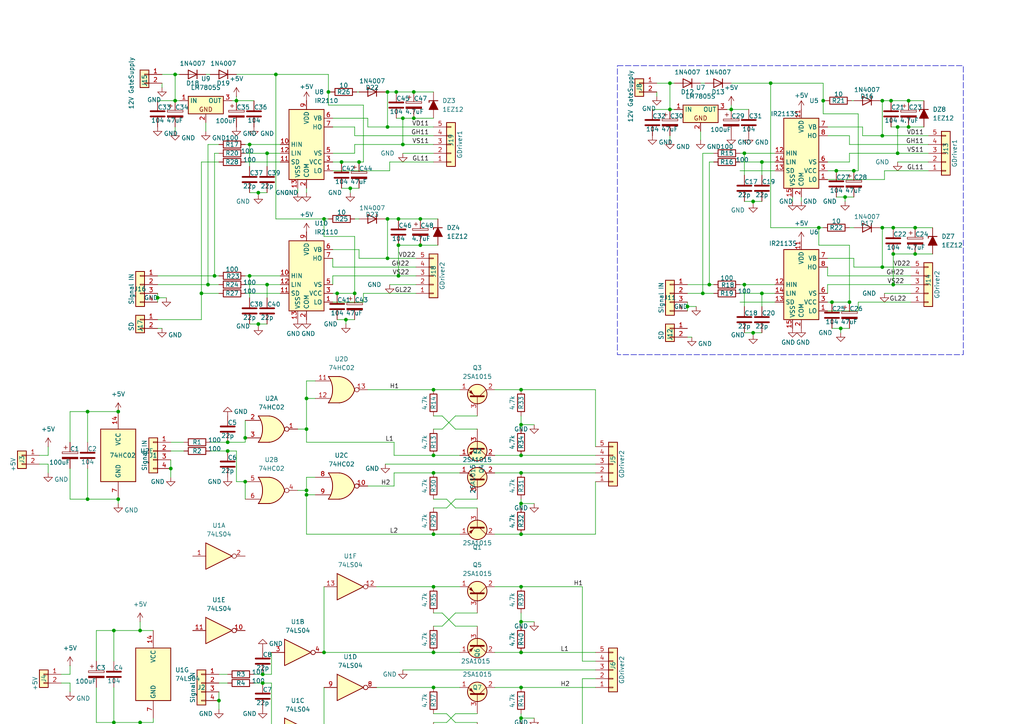
<source format=kicad_sch>
(kicad_sch (version 20231120) (generator "eeschema") (generator_version "8.0")
  (paper "A4")
  (lib_symbols
    (symbol "74xx:74HC02" (pin_names (offset 1.016))
      (property "Reference" "U" (at 0 1.27 0))
      (property "Value" "74HC02" (at 0 -1.27 0))
      (symbol "74HC02_1_1"
        (pin output inverted (at 7.62 0 180) (length 3.81) (name "~") (number "1"))
        (pin input line (at -7.62 2.54 0) (length 4.318) (name "~") (number "2"))
        (pin input line (at -7.62 -2.54 0) (length 4.318) (name "~") (number "3"))
      )
      (symbol "74HC02_1_2"
        (pin output line (at 7.62 0 180) (length 3.81) (name "~") (number "1"))
        (pin input inverted (at -7.62 2.54 0) (length 3.81) (name "~") (number "2"))
        (pin input inverted (at -7.62 -2.54 0) (length 3.81) (name "~") (number "3"))
      )
      (symbol "74HC02_2_1"
        (pin output inverted (at 7.62 0 180) (length 3.81) (name "~") (number "4"))
        (pin input line (at -7.62 2.54 0) (length 4.318) (name "~") (number "5"))
        (pin input line (at -7.62 -2.54 0) (length 4.318) (name "~") (number "6"))
      )
      (symbol "74HC02_2_2"
        (pin output line (at 7.62 0 180) (length 3.81) (name "~") (number "4"))
        (pin input inverted (at -7.62 2.54 0) (length 3.81) (name "~") (number "5"))
        (pin input inverted (at -7.62 -2.54 0) (length 3.81) (name "~") (number "6"))
      )
      (symbol "74HC02_3_1"
        (pin output inverted (at 7.62 0 180) (length 3.81) (name "~") (number "10"))
        (pin input line (at -7.62 2.54 0) (length 4.318) (name "~") (number "8"))
        (pin input line (at -7.62 -2.54 0) (length 4.318) (name "~") (number "9"))
      )
      (symbol "74HC02_3_2"
        (pin output line (at 7.62 0 180) (length 3.81) (name "~") (number "10"))
        (pin input inverted (at -7.62 2.54 0) (length 3.81) (name "~") (number "8"))
        (pin input inverted (at -7.62 -2.54 0) (length 3.81) (name "~") (number "9"))
      )
      (symbol "74HC02_4_1"
        (pin input line (at -7.62 2.54 0) (length 4.318) (name "~") (number "11"))
        (pin input line (at -7.62 -2.54 0) (length 4.318) (name "~") (number "12"))
        (pin output inverted (at 7.62 0 180) (length 3.81) (name "~") (number "13"))
      )
      (symbol "74HC02_4_2"
        (pin input inverted (at -7.62 2.54 0) (length 3.81) (name "~") (number "11"))
        (pin input inverted (at -7.62 -2.54 0) (length 3.81) (name "~") (number "12"))
        (pin output line (at 7.62 0 180) (length 3.81) (name "~") (number "13"))
      )
      (symbol "74HC02_5_0"
        (pin power_in line (at 0 12.7 270) (length 5.08) (name "VCC") (number "14"))
        (pin power_in line (at 0 -12.7 90) (length 5.08) (name "GND") (number "7"))
      )
    )
    (symbol "74xx:74LS04"
      (property "Reference" "U" (at 0 1.27 0))
      (property "Value" "74LS04" (at 0 -1.27 0))
      (symbol "74LS04_1_0"
        (pin input line (at -7.62 0 0) (length 3.81) (name "~") (number "1"))
        (pin output inverted (at 7.62 0 180) (length 3.81) (name "~") (number "2"))
      )
      (symbol "74LS04_2_0"
        (pin input line (at -7.62 0 0) (length 3.81) (name "~") (number "3"))
        (pin output inverted (at 7.62 0 180) (length 3.81) (name "~") (number "4"))
      )
      (symbol "74LS04_3_0"
        (pin input line (at -7.62 0 0) (length 3.81) (name "~") (number "5"))
        (pin output inverted (at 7.62 0 180) (length 3.81) (name "~") (number "6"))
      )
      (symbol "74LS04_4_0"
        (pin output inverted (at 7.62 0 180) (length 3.81) (name "~") (number "8"))
        (pin input line (at -7.62 0 0) (length 3.81) (name "~") (number "9"))
      )
      (symbol "74LS04_5_0"
        (pin output inverted (at 7.62 0 180) (length 3.81) (name "~") (number "10"))
        (pin input line (at -7.62 0 0) (length 3.81) (name "~") (number "11"))
      )
      (symbol "74LS04_6_0"
        (pin output inverted (at 7.62 0 180) (length 3.81) (name "~") (number "12"))
        (pin input line (at -7.62 0 0) (length 3.81) (name "~") (number "13"))
      )
      (symbol "74LS04_7_0"
        (pin power_in line (at 0 12.7 270) (length 5.08) (name "VCC") (number "14"))
        (pin power_in line (at 0 -12.7 90) (length 5.08) (name "GND") (number "7"))
      )
    )
    (symbol "Connector_Generic:Conn_01x02" (pin_names (offset 1.016) hide)
      (property "Reference" "J" (at 0 2.54 0))
      (property "Value" "Conn_01x02" (at 0 -5.08 0))
      (symbol "Conn_01x02_1_1"
        (pin passive line (at -5.08 0 0) (length 3.81) (name "Pin_1") (number "1"))
        (pin passive line (at -5.08 -2.54 0) (length 3.81) (name "Pin_2") (number "2"))
      )
    )
    (symbol "Connector_Generic:Conn_01x04" (pin_names (offset 1.016) hide)
      (property "Reference" "J" (at 0 5.08 0))
      (property "Value" "Conn_01x04" (at 0 -7.62 0))
      (symbol "Conn_01x04_1_1"
        (pin passive line (at -5.08 2.54 0) (length 3.81) (name "Pin_1") (number "1"))
        (pin passive line (at -5.08 0 0) (length 3.81) (name "Pin_2") (number "2"))
        (pin passive line (at -5.08 -2.54 0) (length 3.81) (name "Pin_3") (number "3"))
        (pin passive line (at -5.08 -5.08 0) (length 3.81) (name "Pin_4") (number "4"))
      )
    )
    (symbol "Connector_Generic:Conn_01x05" (pin_names (offset 1.016) hide)
      (property "Reference" "J" (at 0 7.62 0))
      (property "Value" "Conn_01x05" (at 0 -7.62 0))
      (symbol "Conn_01x05_1_1"
        (pin passive line (at -5.08 5.08 0) (length 3.81) (name "Pin_1") (number "1"))
        (pin passive line (at -5.08 2.54 0) (length 3.81) (name "Pin_2") (number "2"))
        (pin passive line (at -5.08 0 0) (length 3.81) (name "Pin_3") (number "3"))
        (pin passive line (at -5.08 -2.54 0) (length 3.81) (name "Pin_4") (number "4"))
        (pin passive line (at -5.08 -5.08 0) (length 3.81) (name "Pin_5") (number "5"))
      )
    )
    (symbol "Device:C" (pin_numbers hide) (pin_names (offset 0.254))
      (property "Reference" "C" (at 0.635 2.54 0))
      (property "Value" "C" (at 0.635 -2.54 0))
      (symbol "C_1_1"
        (pin passive line (at 0 3.81 270) (length 2.794) (name "~") (number "1"))
        (pin passive line (at 0 -3.81 90) (length 2.794) (name "~") (number "2"))
      )
    )
    (symbol "Device:C_Polarized" (pin_numbers hide) (pin_names (offset 0.254))
      (property "Reference" "C" (at 0.635 2.54 0))
      (property "Value" "C_Polarized" (at 0.635 -2.54 0))
      (symbol "C_Polarized_1_1"
        (pin passive line (at 0 3.81 270) (length 2.794) (name "~") (number "1"))
        (pin passive line (at 0 -3.81 90) (length 2.794) (name "~") (number "2"))
      )
    )
    (symbol "Device:D" (pin_numbers hide) (pin_names (offset 1.016) hide)
      (property "Reference" "D" (at 0 2.54 0))
      (property "Value" "D" (at 0 -2.54 0))
      (symbol "D_1_1"
        (pin passive line (at -3.81 0 0) (length 2.54) (name "K") (number "1"))
        (pin passive line (at 3.81 0 180) (length 2.54) (name "A") (number "2"))
      )
    )
    (symbol "Device:R" (pin_numbers hide) (pin_names (offset 0))
      (property "Reference" "R" (at 2.032 0 90))
      (property "Value" "R" (at 0 0 90))
      (symbol "R_1_1"
        (pin passive line (at 0 3.81 270) (length 1.27) (name "~") (number "1"))
        (pin passive line (at 0 -3.81 90) (length 1.27) (name "~") (number "2"))
      )
    )
    (symbol "Driver_FET:IR2110"
      (property "Reference" "U" (at 1.27 13.335 0))
      (property "Value" "IR2110" (at 1.27 11.43 0))
      (symbol "IR2110_1_1"
        (pin output line (at 7.62 -7.62 180) (length 2.54) (name "LO") (number "1"))
        (pin input line (at -7.62 0 0) (length 2.54) (name "HIN") (number "10"))
        (pin input line (at -7.62 -5.08 0) (length 2.54) (name "SD") (number "11"))
        (pin input line (at -7.62 -2.54 0) (length 2.54) (name "LIN") (number "12"))
        (pin power_in line (at -2.54 -12.7 90) (length 2.54) (name "VSS") (number "13"))
        (pin no_connect line (at -5.08 2.54 0) (length 2.54) hide (name "NC") (number "14"))
        (pin power_in line (at 0 -12.7 90) (length 2.54) (name "COM") (number "2"))
        (pin power_in line (at 7.62 -5.08 180) (length 2.54) (name "VCC") (number "3"))
        (pin no_connect line (at -5.08 7.62 0) (length 2.54) hide (name "NC") (number "4"))
        (pin passive line (at 7.62 -2.54 180) (length 2.54) (name "VS") (number "5"))
        (pin passive line (at 7.62 7.62 180) (length 2.54) (name "VB") (number "6"))
        (pin output line (at 7.62 5.08 180) (length 2.54) (name "HO") (number "7"))
        (pin no_connect line (at -5.08 5.08 0) (length 2.54) hide (name "NC") (number "8"))
        (pin power_in line (at 0 12.7 270) (length 2.54) (name "VDD") (number "9"))
      )
    )
    (symbol "Driver_FET:IR2113S"
      (property "Reference" "U" (at 1.27 13.335 0))
      (property "Value" "IR2113S" (at 1.27 11.43 0))
      (symbol "IR2113S_1_1"
        (pin output line (at 7.62 -7.62 180) (length 2.54) (name "LO") (number "1"))
        (pin no_connect line (at 5.08 2.54 180) (length 2.54) hide (name "NC") (number "10"))
        (pin power_in line (at 0 12.7 270) (length 2.54) (name "VDD") (number "11"))
        (pin input line (at -7.62 0 0) (length 2.54) (name "HIN") (number "12"))
        (pin input line (at -7.62 -5.08 0) (length 2.54) (name "SD") (number "13"))
        (pin input line (at -7.62 -2.54 0) (length 2.54) (name "LIN") (number "14"))
        (pin power_in line (at -2.54 -12.7 90) (length 2.54) (name "VSS") (number "15"))
        (pin no_connect line (at 5.08 0 180) (length 2.54) hide (name "NC") (number "16"))
        (pin power_in line (at 0 -12.7 90) (length 2.54) (name "COM") (number "2"))
        (pin power_in line (at 7.62 -5.08 180) (length 2.54) (name "VCC") (number "3"))
        (pin no_connect line (at -5.08 7.62 0) (length 2.54) hide (name "NC") (number "4"))
        (pin no_connect line (at -5.08 5.08 0) (length 2.54) hide (name "NC") (number "5"))
        (pin passive line (at 7.62 -2.54 180) (length 2.54) (name "VS") (number "6"))
        (pin passive line (at 7.62 7.62 180) (length 2.54) (name "VB") (number "7"))
        (pin output line (at 7.62 5.08 180) (length 2.54) (name "HO") (number "8"))
        (pin no_connect line (at -5.08 2.54 0) (length 2.54) hide (name "NC") (number "9"))
      )
    )
    (symbol "PCM_Diode_Zener_AKL:1EZ12" (pin_numbers hide) (pin_names (offset 1.016) hide)
      (property "Reference" "DZ" (at 0 5.08 0))
      (property "Value" "1EZ12" (at 0 2.54 0))
      (symbol "1EZ12_1_1"
        (pin passive line (at 3.81 0 180) (length 2.54) (name "K") (number "1"))
        (pin passive line (at -3.81 0 0) (length 2.54) (name "A") (number "2"))
      )
    )
    (symbol "PCM_Transistor_BJT_AKL:2SA1015" (pin_names hide)
      (property "Reference" "Q" (at 5.08 1.27 0))
      (property "Value" "2SA1015" (at 5.08 -1.27 0))
      (symbol "2SA1015_1_1"
        (pin passive line (at 2.54 5.08 270) (length 2.54) (name "E") (number "1"))
        (pin passive line (at 2.54 -5.08 90) (length 2.54) (name "C") (number "2"))
        (pin input line (at -5.08 0 0) (length 5.715) (name "B") (number "3"))
      )
    )
    (symbol "PCM_Voltage_Regulator_AKL:LM7805S"
      (property "Reference" "U" (at 0 6.35 0))
      (property "Value" "LM7805S" (at 0 3.81 0))
      (symbol "LM7805S_0_0"
        (text "GND" (at 0 -2.54 0) (effects (font (size 1.27 1.27))))
      )
      (symbol "LM7805S_1_1"
        (pin power_in line (at -7.62 0 0) (length 2.54) (name "IN") (number "1"))
        (pin power_in line (at 0 -6.35 90) (length 2.54) (name "~") (number "2"))
        (pin power_out line (at 7.62 0 180) (length 2.54) (name "OUT") (number "3"))
      )
    )
    (symbol "power:+5V" (power) (pin_numbers hide) (pin_names (offset 0) hide)
      (property "Value" "+5V" (at 0 3.556 0))
      (symbol "+5V_1_1"
        (pin power_in line (at 0 0 90) (length 0) (name "~") (number "1"))
      )
    )
    (symbol "power:GND" (power) (pin_names (offset 0))
      (property "Value" "GND" (at 0 -3.81 0))
      (symbol "GND_1_1"
        (pin power_in line (at 0 0 270) (length 0) hide (name "GND") (number "1"))
      )
    )
  )
  (junction (at 45.72 86.36))
  (junction (at 337.82 128.27))
  (junction (at 125.73 189.23))
  (junction (at 369.57 157.48))
  (junction (at 112.395 63.5))
  (junction (at 33.02 182.88))
  (junction (at 199.39 88.9))
  (junction (at 255.905 77.47))
  (junction (at 151.13 208.28))
  (junction (at 194.31 24.13))
  (junction (at 125.73 217.17))
  (junction (at 72.39 41.91))
  (junction (at 112.395 26.67))
  (junction (at 369.57 134.62))
  (junction (at 369.57 156.21))
  (junction (at 74.93 55.88))
  (junction (at 88.9 143.51))
  (junction (at 258.445 29.21))
  (junction (at 398.78 147.32))
  (junction (at 246.38 87.63))
  (junction (at 421.64 132.08))
  (junction (at 330.2 167.64))
  (junction (at 95.25 26.67))
  (junction (at 151.13 180.34))
  (junction (at 218.44 58.42))
  (junction (at 49.53 135.89))
  (junction (at 104.14 46.99))
  (junction (at 438.785 168.91))
  (junction (at 438.785 132.08))
  (junction (at 346.71 162.56))
  (junction (at 151.13 113.03))
  (junction (at 76.2 195.58))
  (junction (at 328.93 128.27))
  (junction (at 120.015 34.29))
  (junction (at 369.57 173.99))
  (junction (at 151.13 170.18))
  (junction (at 401.32 161.29))
  (junction (at 151.13 217.17))
  (junction (at 220.98 85.09))
  (junction (at 446.405 139.7))
  (junction (at 58.42 85.09))
  (junction (at 50.8 29.21))
  (junction (at 220.98 46.99))
  (junction (at 425.45 152.4))
  (junction (at 441.96 168.91))
  (junction (at 125.73 132.08))
  (junction (at 25.4 119.38))
  (junction (at 420.37 168.91))
  (junction (at 125.73 170.18))
  (junction (at 151.13 199.39))
  (junction (at 403.86 149.86))
  (junction (at 76.2 198.12))
  (junction (at 40.64 209.55))
  (junction (at 151.13 123.19))
  (junction (at 443.23 139.7))
  (junction (at 151.13 154.94))
  (junction (at 263.525 29.21))
  (junction (at 93.98 189.23))
  (junction (at 237.49 66.04))
  (junction (at 259.08 66.04))
  (junction (at 448.31 176.53))
  (junction (at 68.58 29.21))
  (junction (at 100.33 92.71))
  (junction (at 243.84 95.25))
  (junction (at 259.08 82.55))
  (junction (at 25.4 144.78))
  (junction (at 66.04 130.81))
  (junction (at 101.6 54.61))
  (junction (at 260.35 44.45))
  (junction (at 255.905 29.21))
  (junction (at 66.04 128.27))
  (junction (at 50.8 21.59))
  (junction (at 212.09 31.75))
  (junction (at 125.73 113.03))
  (junction (at 398.78 185.42))
  (junction (at 62.23 80.01))
  (junction (at 369.57 127))
  (junction (at 259.08 73.66))
  (junction (at 443.23 147.32))
  (junction (at 99.06 46.99))
  (junction (at 88.9 115.57))
  (junction (at 241.3 87.63))
  (junction (at 265.43 66.04))
  (junction (at 102.87 85.09))
  (junction (at 351.79 171.45))
  (junction (at 93.98 212.09))
  (junction (at 337.82 153.67))
  (junction (at 441.325 132.08))
  (junction (at 438.785 142.24))
  (junction (at 238.76 29.21))
  (junction (at 60.325 82.55))
  (junction (at 151.13 189.23))
  (junction (at 114.935 26.67))
  (junction (at 116.84 34.29))
  (junction (at 430.53 152.4))
  (junction (at 88.9 142.24))
  (junction (at 203.835 85.09))
  (junction (at 346.71 160.02))
  (junction (at 427.99 160.02))
  (junction (at 34.29 144.78))
  (junction (at 151.13 132.08))
  (junction (at 71.12 139.7))
  (junction (at 328.93 153.67))
  (junction (at 115.57 63.5))
  (junction (at 125.73 137.16))
  (junction (at 120.015 26.67))
  (junction (at 247.65 49.53))
  (junction (at 438.785 180.34))
  (junction (at 387.35 134.62))
  (junction (at 426.72 198.12))
  (junction (at 194.31 31.75))
  (junction (at 441.96 176.53))
  (junction (at 441.96 185.42))
  (junction (at 351.79 158.75))
  (junction (at 121.92 63.5))
  (junction (at 218.44 96.52))
  (junction (at 151.13 137.16))
  (junction (at 115.57 80.01))
  (junction (at 424.18 190.5))
  (junction (at 255.905 39.37))
  (junction (at 223.52 24.13))
  (junction (at 40.64 182.88))
  (junction (at 260.35 36.83))
  (junction (at 72.39 80.01))
  (junction (at 88.9 124.46))
  (junction (at 93.98 63.5))
  (junction (at 125.73 199.39))
  (junction (at 215.9 44.45))
  (junction (at 265.43 73.66))
  (junction (at 151.13 146.05))
  (junction (at 97.79 85.09))
  (junction (at 448.31 168.91))
  (junction (at 255.905 66.04))
  (junction (at 215.9 82.55))
  (junction (at 112.395 36.83))
  (junction (at 34.29 119.38))
  (junction (at 446.405 132.08))
  (junction (at 115.57 71.12))
  (junction (at 403.86 187.96))
  (junction (at 80.01 21.59))
  (junction (at 63.5 203.2))
  (junction (at 406.4 127))
  (junction (at 263.525 36.83))
  (junction (at 116.84 41.91))
  (junction (at 71.12 127))
  (junction (at 125.73 154.94))
  (junction (at 205.74 82.55))
  (junction (at 401.32 199.39))
  (junction (at 33.02 209.55))
  (junction (at 245.11 57.15))
  (junction (at 112.395 74.93))
  (junction (at 121.92 71.12))
  (junction (at 369.57 175.26))
  (junction (at 77.47 44.45))
  (junction (at 74.93 93.98))
  (junction (at 77.47 82.55))
  (junction (at 429.26 190.5))
  (junction (at 242.57 49.53))
  (wire (pts (xy 425.45 160.02) (xy 427.99 160.02)))
  (wire (pts (xy 429.895 132.08) (xy 430.53 132.08)))
  (wire (pts (xy 45.72 82.55) (xy 60.325 82.55)))
  (wire (pts (xy 115.57 80.01) (xy 120.65 80.01)))
  (wire (pts (xy 44.45 182.88) (xy 40.64 182.88)))
  (wire (pts (xy 129.54 209.55) (xy 132.08 207.01)))
  (wire (pts (xy 45.72 29.21) (xy 50.8 29.21)))
  (wire (pts (xy 95.25 21.59) (xy 95.25 26.67)))
  (wire (pts (xy 429.26 147.32) (xy 443.23 147.32)))
  (wire (pts (xy 215.9 96.52) (xy 218.44 96.52)))
  (wire (pts (xy 403.86 187.96) (xy 407.67 187.96)))
  (wire (pts (xy 441.96 168.91) (xy 448.31 168.91)))
  (wire (pts (xy 128.27 124.46) (xy 125.73 124.46)))
  (wire (pts (xy 263.525 36.83) (xy 267.97 36.83)))
  (wire (pts (xy 151.13 199.39) (xy 172.72 199.39)))
  (wire (pts (xy 443.23 139.7) (xy 443.23 147.32)))
  (wire (pts (xy 431.8 135.89) (xy 421.64 135.89)))
  (wire (pts (xy 438.785 142.24) (xy 452.12 142.24)))
  (wire (pts (xy 431.8 135.89) (xy 431.8 152.4)))
  (wire (pts (xy 58.42 92.71) (xy 58.42 85.09)))
  (wire (pts (xy 194.31 24.13) (xy 195.58 24.13)))
  (wire (pts (xy 389.89 185.42) (xy 389.89 172.72)))
  (wire (pts (xy 401.32 161.29) (xy 401.32 161.925)))
  (wire (pts (xy 99.06 46.99) (xy 104.14 46.99)))
  (wire (pts (xy 330.2 165.1) (xy 330.2 167.64)))
  (wire (pts (xy 255.905 29.21) (xy 258.445 29.21)))
  (wire (pts (xy 199.39 85.09) (xy 203.835 85.09)))
  (wire (pts (xy 369.57 173.99) (xy 369.57 175.26)))
  (wire (pts (xy 25.4 119.38) (xy 25.4 128.27)))
  (wire (pts (xy 74.93 55.88) (xy 74.93 56.515)))
  (wire (pts (xy 63.5 200.66) (xy 63.5 203.2)))
  (wire (pts (xy 443.23 139.7) (xy 446.405 139.7)))
  (wire (pts (xy 241.3 87.63) (xy 246.38 87.63)))
  (wire (pts (xy 88.9 115.57) (xy 91.44 115.57)))
  (wire (pts (xy 103.505 26.67) (xy 104.14 26.67)))
  (wire (pts (xy 349.25 162.56) (xy 349.25 171.45)))
  (wire (pts (xy 125.73 199.39) (xy 133.35 199.39)))
  (wire (pts (xy 401.32 199.39) (xy 401.32 200.025)))
  (wire (pts (xy 96.52 34.29) (xy 106.68 34.29)))
  (wire (pts (xy 218.44 96.52) (xy 220.98 96.52)))
  (wire (pts (xy 125.73 144.78) (xy 129.54 144.78)))
  (wire (pts (xy 151.13 189.23) (xy 143.51 189.23)))
  (wire (pts (xy 71.12 41.91) (xy 72.39 41.91)))
  (wire (pts (xy 11.43 132.08) (xy 13.97 132.08)))
  (wire (pts (xy 105.41 85.09) (xy 120.65 85.09)))
  (wire (pts (xy 346.71 162.56) (xy 349.25 162.56)))
  (wire (pts (xy 422.91 180.34) (xy 422.91 182.88)))
  (wire (pts (xy 46.99 24.13) (xy 46.99 25.4)))
  (wire (pts (xy 114.935 26.67) (xy 120.015 26.67)))
  (wire (pts (xy 190.5 24.13) (xy 194.31 24.13)))
  (wire (pts (xy 105.41 30.48) (xy 105.41 46.99)))
  (wire (pts (xy 151.13 189.23) (xy 172.72 189.23)))
  (wire (pts (xy 77.47 44.45) (xy 81.28 44.45)))
  (wire (pts (xy 240.03 90.17) (xy 248.92 90.17)))
  (wire (pts (xy 387.35 127) (xy 388.62 127)))
  (wire (pts (xy 63.5 46.99) (xy 58.42 46.99)))
  (wire (pts (xy 143.51 154.94) (xy 151.13 154.94)))
  (wire (pts (xy 113.03 46.99) (xy 125.73 46.99)))
  (wire (pts (xy 243.84 95.25) (xy 246.38 95.25)))
  (wire (pts (xy 397.51 147.32) (xy 398.78 147.32)))
  (wire (pts (xy 151.13 123.19) (xy 154.94 123.19)))
  (wire (pts (xy 369.57 160.02) (xy 369.57 157.48)))
  (wire (pts (xy 73.66 198.12) (xy 76.2 198.12)))
  (wire (pts (xy 151.13 207.01) (xy 151.13 208.28)))
  (wire (pts (xy 33.02 209.55) (xy 40.64 209.55)))
  (wire (pts (xy 44.45 209.55) (xy 44.45 208.28)))
  (wire (pts (xy 259.08 66.04) (xy 265.43 66.04)))
  (wire (pts (xy 258.445 36.83) (xy 260.35 36.83)))
  (wire (pts (xy 151.13 180.34) (xy 154.94 180.34)))
  (wire (pts (xy 102.87 63.5) (xy 104.14 63.5)))
  (wire (pts (xy 49.53 128.27) (xy 53.34 128.27)))
  (wire (pts (xy 421.64 127) (xy 421.64 132.08)))
  (wire (pts (xy 97.79 92.71) (xy 100.33 92.71)))
  (wire (pts (xy 194.31 24.13) (xy 194.31 31.75)))
  (wire (pts (xy 240.03 49.53) (xy 242.57 49.53)))
  (wire (pts (xy 215.9 82.55) (xy 215.9 88.9)))
  (wire (pts (xy 370.84 134.62) (xy 369.57 134.62)))
  (wire (pts (xy 429.26 144.78) (xy 452.12 144.78)))
  (wire (pts (xy 214.63 46.99) (xy 220.98 46.99)))
  (wire (pts (xy 387.35 133.35) (xy 387.35 134.62)))
  (wire (pts (xy 101.6 54.61) (xy 104.14 54.61)))
  (wire (pts (xy 250.19 36.83) (xy 250.19 39.37)))
  (wire (pts (xy 143.51 217.17) (xy 151.13 217.17)))
  (wire (pts (xy 248.92 33.02) (xy 238.76 33.02)))
  (wire (pts (xy 189.23 31.75) (xy 194.31 31.75)))
  (wire (pts (xy 25.4 135.89) (xy 25.4 144.78)))
  (wire (pts (xy 120.015 26.67) (xy 125.73 26.67)))
  (wire (pts (xy 151.13 120.65) (xy 151.13 123.19)))
  (wire (pts (xy 112.395 26.67) (xy 112.395 36.83)))
  (wire (pts (xy 46.99 21.59) (xy 50.8 21.59)))
  (wire (pts (xy 151.13 208.28) (xy 154.94 208.28)))
  (wire (pts (xy 132.08 207.01) (xy 138.43 207.01)))
  (wire (pts (xy 72.39 93.98) (xy 74.93 93.98)))
  (wire (pts (xy 247.65 74.93) (xy 247.65 77.47)))
  (wire (pts (xy 25.4 144.78) (xy 34.29 144.78)))
  (wire (pts (xy 50.8 21.59) (xy 52.07 21.59)))
  (wire (pts (xy 255.905 66.04) (xy 259.08 66.04)))
  (wire (pts (xy 330.2 162.56) (xy 334.01 162.56)))
  (wire (pts (xy 80.01 63.5) (xy 93.98 63.5)))
  (wire (pts (xy 403.86 149.86) (xy 407.67 149.86)))
  (wire (pts (xy 58.42 85.09) (xy 63.5 85.09)))
  (wire (pts (xy 76.2 198.12) (xy 78.74 198.12)))
  (wire (pts (xy 151.13 208.28) (xy 151.13 209.55)))
  (wire (pts (xy 128.27 177.8) (xy 132.08 181.61)))
  (wire (pts (xy 328.93 128.27) (xy 328.93 137.16)))
  (wire (pts (xy 27.94 209.55) (xy 33.02 209.55)))
  (wire (pts (xy 168.91 170.18) (xy 168.91 191.77)))
  (wire (pts (xy 106.68 140.97) (xy 114.3 140.97)))
  (wire (pts (xy 93.98 189.23) (xy 125.73 189.23)))
  (wire (pts (xy 132.08 177.8) (xy 138.43 177.8)))
  (wire (pts (xy 405.13 127) (xy 406.4 127)))
  (wire (pts (xy 328.93 144.78) (xy 328.93 153.67)))
  (wire (pts (xy 247.015 29.21) (xy 247.65 29.21)))
  (wire (pts (xy 256.54 85.09) (xy 264.16 85.09)))
  (wire (pts (xy 132.08 120.65) (xy 138.43 120.65)))
  (wire (pts (xy 11.43 134.62) (xy 13.97 134.62)))
  (wire (pts (xy 88.9 115.57) (xy 88.9 110.49)))
  (wire (pts (xy 215.9 82.55) (xy 224.79 82.55)))
  (wire (pts (xy 128.27 177.8) (xy 125.73 177.8)))
  (wire (pts (xy 259.08 82.55) (xy 264.16 82.55)))
  (wire (pts (xy 430.53 177.8) (xy 430.53 180.34)))
  (wire (pts (xy 429.26 190.5) (xy 429.26 173.99)))
  (wire (pts (xy 109.22 199.39) (xy 125.73 199.39)))
  (wire (pts (xy 112.395 26.67) (xy 114.935 26.67)))
  (wire (pts (xy 59.69 21.59) (xy 60.96 21.59)))
  (wire (pts (xy 96.52 85.09) (xy 97.79 85.09)))
  (wire (pts (xy 199.39 82.55) (xy 205.74 82.55)))
  (wire (pts (xy 214.63 44.45) (xy 215.9 44.45)))
  (wire (pts (xy 109.22 170.18) (xy 125.73 170.18)))
  (wire (pts (xy 328.93 153.67) (xy 337.82 153.67)))
  (wire (pts (xy 387.35 134.62) (xy 386.08 134.62)))
  (wire (pts (xy 106.68 36.83) (xy 112.395 36.83)))
  (wire (pts (xy 369.57 157.48) (xy 372.11 157.48)))
  (wire (pts (xy 125.73 154.94) (xy 133.35 154.94)))
  (wire (pts (xy 104.14 72.39) (xy 104.14 74.93)))
  (wire (pts (xy 218.44 58.42) (xy 218.44 59.055)))
  (wire (pts (xy 441.325 132.08) (xy 446.405 132.08)))
  (wire (pts (xy 403.86 191.77) (xy 403.86 187.96)))
  (wire (pts (xy 128.27 181.61) (xy 132.08 177.8)))
  (wire (pts (xy 111.76 134.62) (xy 172.72 134.62)))
  (wire (pts (xy 151.13 113.03) (xy 172.72 113.03)))
  (wire (pts (xy 50.8 21.59) (xy 50.8 29.21)))
  (wire (pts (xy 86.36 55.88) (xy 86.36 54.61)))
  (wire (pts (xy 116.84 34.29) (xy 116.84 41.91)))
  (wire (pts (xy 407.67 152.4) (xy 397.51 152.4)))
  (wire (pts (xy 112.395 63.5) (xy 115.57 63.5)))
  (wire (pts (xy 114.3 137.16) (xy 125.73 137.16)))
  (wire (pts (xy 93.98 217.17) (xy 125.73 217.17)))
  (wire (pts (xy 133.35 170.18) (xy 125.73 170.18)))
  (wire (pts (xy 60.96 128.27) (xy 66.04 128.27)))
  (wire (pts (xy 346.71 160.02) (xy 351.79 160.02)))
  (wire (pts (xy 40.64 180.34) (xy 40.64 182.88)))
  (wire (pts (xy 77.47 82.55) (xy 81.28 82.55)))
  (wire (pts (xy 422.91 149.86) (xy 429.26 149.86)))
  (wire (pts (xy 224.79 49.53) (xy 214.63 49.53)))
  (wire (pts (xy 71.12 85.09) (xy 81.28 85.09)))
  (wire (pts (xy 97.79 85.09) (xy 102.87 85.09)))
  (wire (pts (xy 214.63 82.55) (xy 215.9 82.55)))
  (wire (pts (xy 240.03 36.83) (xy 250.19 36.83)))
  (wire (pts (xy 429.26 142.24) (xy 429.26 144.78)))
  (wire (pts (xy 133.35 132.08) (xy 125.73 132.08)))
  (wire (pts (xy 13.97 134.62) (xy 13.97 137.16)))
  (wire (pts (xy 128.27 120.65) (xy 125.73 120.65)))
  (wire (pts (xy 68.58 139.7) (xy 71.12 139.7)))
  (wire (pts (xy 240.03 82.55) (xy 259.08 82.55)))
  (wire (pts (xy 369.57 175.26) (xy 372.11 175.26)))
  (wire (pts (xy 430.53 152.4) (xy 431.8 152.4)))
  (wire (pts (xy 248.92 87.63) (xy 264.16 87.63)))
  (wire (pts (xy 102.87 85.09) (xy 102.87 68.58)))
  (wire (pts (xy 68.58 130.81) (xy 68.58 139.7)))
  (wire (pts (xy 111.76 26.67) (xy 112.395 26.67)))
  (wire (pts (xy 116.84 34.29) (xy 120.015 34.29)))
  (wire (pts (xy 45.72 95.25) (xy 46.99 95.25)))
  (wire (pts (xy 129.54 207.01) (xy 132.08 209.55)))
  (wire (pts (xy 129.54 147.32) (xy 132.08 144.78)))
  (wire (pts (xy 429.26 147.32) (xy 429.26 149.86)))
  (wire (pts (xy 337.82 153.67) (xy 337.82 154.94)))
  (wire (pts (xy 229.87 58.42) (xy 229.87 57.15)))
  (wire (pts (xy 168.91 191.77) (xy 172.72 191.77)))
  (wire (pts (xy 214.63 85.09) (xy 220.98 85.09)))
  (wire (pts (xy 378.46 143.51) (xy 378.46 140.97)))
  (wire (pts (xy 151.13 180.34) (xy 151.13 181.61)))
  (wire (pts (xy 205.74 82.55) (xy 207.01 82.55)))
  (wire (pts (xy 260.35 36.83) (xy 260.35 44.45)))
  (wire (pts (xy 341.63 160.02) (xy 346.71 160.02)))
  (wire (pts (xy 367.03 156.21) (xy 369.57 156.21)))
  (wire (pts (xy 199.39 97.79) (xy 200.66 97.79)))
  (wire (pts (xy 199.39 88.9) (xy 199.39 90.17)))
  (wire (pts (xy 367.03 173.99) (xy 369.57 173.99)))
  (wire (pts (xy 114.935 34.29) (xy 116.84 34.29)))
  (wire (pts (xy 378.46 127) (xy 379.73 127)))
  (wire (pts (xy 260.35 36.83) (xy 263.525 36.83)))
  (wire (pts (xy 397.51 190.5) (xy 407.67 190.5)))
  (wire (pts (xy 218.44 58.42) (xy 220.98 58.42)))
  (wire (pts (xy 20.32 119.38) (xy 25.4 119.38)))
  (wire (pts (xy 351.79 171.45) (xy 351.79 176.53)))
  (wire (pts (xy 72.39 80.01) (xy 72.39 86.36)))
  (wire (pts (xy 102.87 36.83) (xy 102.87 39.37)))
  (wire (pts (xy 265.43 73.66) (xy 270.51 73.66)))
  (wire (pts (xy 73.66 195.58) (xy 76.2 195.58)))
  (wire (pts (xy 425.45 152.4) (xy 430.53 152.4)))
  (wire (pts (xy 397.51 187.96) (xy 403.86 187.96)))
  (wire (pts (xy 448.31 176.53) (xy 453.39 176.53)))
  (wire (pts (xy 246.38 39.37) (xy 246.38 41.91)))
  (wire (pts (xy 102.87 41.91) (xy 102.87 44.45)))
  (wire (pts (xy 77.47 86.36) (xy 77.47 82.55)))
  (wire (pts (xy 438.785 168.91) (xy 438.785 180.34)))
  (wire (pts (xy 116.84 41.91) (xy 125.73 41.91)))
  (wire (pts (xy 132.08 181.61) (xy 138.43 181.61)))
  (wire (pts (xy 415.29 160.02) (xy 415.29 161.29)))
  (wire (pts (xy 78.74 189.23) (xy 78.74 195.58)))
  (wire (pts (xy 240.03 46.99) (xy 246.38 46.99)))
  (wire (pts (xy 422.91 152.4) (xy 425.45 152.4)))
  (wire (pts (xy 72.39 80.01) (xy 81.28 80.01)))
  (wire (pts (xy 77.47 48.26) (xy 77.47 44.45)))
  (wire (pts (xy 125.73 113.03) (xy 133.35 113.03)))
  (wire (pts (xy 151.13 146.05) (xy 154.94 146.05)))
  (wire (pts (xy 125.73 209.55) (xy 129.54 209.55)))
  (wire (pts (xy 406.4 168.91) (xy 420.37 168.91)))
  (wire (pts (xy 72.39 41.91) (xy 81.28 41.91)))
  (wire (pts (xy 446.405 139.7) (xy 450.85 139.7)))
  (wire (pts (xy 76.2 195.58) (xy 78.74 195.58)))
  (wire (pts (xy 427.99 160.02) (xy 427.99 161.29)))
  (wire (pts (xy 246.38 41.91) (xy 269.24 41.91)))
  (wire (pts (xy 71.12 121.92) (xy 71.12 127)))
  (wire (pts (xy 422.91 182.88) (xy 447.04 182.88)))
  (wire (pts (xy 369.57 156.21) (xy 369.57 157.48)))
  (wire (pts (xy 365.76 127) (xy 369.57 127)))
  (wire (pts (xy 429.26 168.91) (xy 430.53 168.91)))
  (wire (pts (xy 398.78 161.29) (xy 401.32 161.29)))
  (wire (pts (xy 256.54 52.07) (xy 240.03 52.07)))
  (wire (pts (xy 151.13 137.16) (xy 172.72 137.16)))
  (wire (pts (xy 441.325 139.7) (xy 443.23 139.7)))
  (wire (pts (xy 95.25 26.67) (xy 95.885 26.67)))
  (wire (pts (xy 96.52 77.47) (xy 120.65 77.47)))
  (wire (pts (xy 88.9 115.57) (xy 88.9 124.46)))
  (wire (pts (xy 63.5 203.2) (xy 63.5 205.74)))
  (wire (pts (xy 232.41 57.15) (xy 232.41 58.42)))
  (wire (pts (xy 438.785 168.91) (xy 441.96 168.91)))
  (wire (pts (xy 246.38 87.63) (xy 246.38 71.12)))
  (wire (pts (xy 105.41 30.48) (xy 95.25 30.48)))
  (wire (pts (xy 323.85 153.67) (xy 328.93 153.67)))
  (wire (pts (xy 172.72 132.08) (xy 151.13 132.08)))
  (wire (pts (xy 88.9 124.46) (xy 88.9 128.27)))
  (wire (pts (xy 112.395 63.5) (xy 112.395 74.93)))
  (wire (pts (xy 71.12 139.7) (xy 71.12 144.78)))
  (wire (pts (xy 129.54 144.78) (xy 132.08 147.32)))
  (wire (pts (xy 420.37 168.91) (xy 421.64 168.91)))
  (wire (pts (xy 323.85 144.78) (xy 323.85 153.67)))
  (wire (pts (xy 205.74 46.99) (xy 205.74 82.55)))
  (wire (pts (xy 397.51 149.86) (xy 403.86 149.86)))
  (wire (pts (xy 403.86 153.67) (xy 403.86 149.86)))
  (wire (pts (xy 260.35 44.45) (xy 269.24 44.45)))
  (wire (pts (xy 143.51 113.03) (xy 151.13 113.03)))
  (wire (pts (xy 341.63 162.56) (xy 346.71 162.56)))
  (wire (pts (xy 259.08 73.66) (xy 259.08 82.55)))
  (wire (pts (xy 443.23 149.86) (xy 452.12 149.86)))
  (wire (pts (xy 351.79 153.67) (xy 351.79 158.75)))
  (wire (pts (xy 215.9 44.45) (xy 224.79 44.45)))
  (wire (pts (xy 172.72 113.03) (xy 172.72 129.54)))
  (wire (pts (xy 99.06 54.61) (xy 101.6 54.61)))
  (wire (pts (xy 250.19 39.37) (xy 255.905 39.37)))
  (wire (pts (xy 91.44 138.43) (xy 88.9 138.43)))
  (wire (pts (xy 96.52 44.45) (xy 102.87 44.45)))
  (wire (pts (xy 369.57 170.18) (xy 369.57 173.99)))
  (wire (pts (xy 59.69 38.1) (xy 59.69 35.56)))
  (wire (pts (xy 422.91 190.5) (xy 424.18 190.5)))
  (wire (pts (xy 240.03 80.01) (xy 264.16 80.01)))
  (wire (pts (xy 27.94 199.39) (xy 27.94 209.55)))
  (wire (pts (xy 422.91 185.42) (xy 422.91 187.96)))
  (wire (pts (xy 72.39 55.88) (xy 74.93 55.88)))
  (wire (pts (xy 420.37 173.99) (xy 420.37 168.91)))
  (wire (pts (xy 248.92 87.63) (xy 248.92 90.17)))
  (wire (pts (xy 241.3 95.25) (xy 243.84 95.25)))
  (wire (pts (xy 20.32 135.89) (xy 20.32 144.78)))
  (wire (pts (xy 48.26 86.36) (xy 45.72 86.36)))
  (wire (pts (xy 113.03 46.99) (xy 113.03 49.53)))
  (wire (pts (xy 115.57 63.5) (xy 121.92 63.5)))
  (wire (pts (xy 151.13 154.94) (xy 172.72 154.94)))
  (wire (pts (xy 387.35 134.62) (xy 392.43 134.62)))
  (wire (pts (xy 248.92 33.02) (xy 248.92 49.53)))
  (wire (pts (xy 265.43 66.04) (xy 270.51 66.04)))
  (wire (pts (xy 111.76 63.5) (xy 112.395 63.5)))
  (wire (pts (xy 121.92 71.12) (xy 127 71.12)))
  (wire (pts (xy 238.76 29.21) (xy 239.395 29.21)))
  (wire (pts (xy 72.39 41.91) (xy 72.39 48.26)))
  (wire (pts (xy 151.13 146.05) (xy 151.13 147.32)))
  (wire (pts (xy 397.51 185.42) (xy 398.78 185.42)))
  (wire (pts (xy 431.8 190.5) (xy 431.8 193.04)))
  (wire (pts (xy 203.835 85.09) (xy 207.01 85.09)))
  (wire (pts (xy 168.91 217.17) (xy 168.91 196.85)))
  (wire (pts (xy 60.325 41.91) (xy 60.325 82.55)))
  (wire (pts (xy 115.57 71.12) (xy 121.92 71.12)))
  (wire (pts (xy 433.07 139.7) (xy 433.07 142.24)))
  (wire (pts (xy 389.89 147.32) (xy 387.35 147.32)))
  (wire (pts (xy 104.14 46.99) (xy 105.41 46.99)))
  (wire (pts (xy 102.87 68.58) (xy 93.98 68.58)))
  (wire (pts (xy 256.54 49.53) (xy 256.54 52.07)))
  (wire (pts (xy 50.8 38.1) (xy 50.8 36.83)))
  (wire (pts (xy 220.98 85.09) (xy 224.79 85.09)))
  (wire (pts (xy 246.38 71.12) (xy 237.49 71.12)))
  (wire (pts (xy 215.9 58.42) (xy 218.44 58.42)))
  (wire (pts (xy 60.96 130.81) (xy 66.04 130.81)))
  (wire (pts (xy 100.33 92.71) (xy 102.87 92.71)))
  (wire (pts (xy 74.93 93.98) (xy 77.47 93.98)))
  (wire (pts (xy 33.02 182.88) (xy 40.64 182.88)))
  (wire (pts (xy 369.57 127) (xy 370.84 127)))
  (wire (pts (xy 207.01 44.45) (xy 203.835 44.45)))
  (wire (pts (xy 212.09 31.75) (xy 210.82 31.75)))
  (wire (pts (xy 330.2 167.64) (xy 330.2 170.18)))
  (wire (pts (xy 246.38 44.45) (xy 246.38 46.99)))
  (wire (pts (xy 426.72 198.12) (xy 426.72 199.39)))
  (wire (pts (xy 422.91 177.8) (xy 430.53 177.8)))
  (wire (pts (xy 212.09 30.48) (xy 212.09 31.75)))
  (wire (pts (xy 245.11 57.15) (xy 245.11 58.42)))
  (wire (pts (xy 438.785 132.08) (xy 441.325 132.08)))
  (wire (pts (xy 439.42 152.4) (xy 439.42 154.94)))
  (wire (pts (xy 351.79 158.75) (xy 351.79 160.02)))
  (wire (pts (xy 101.6 54.61) (xy 101.6 55.88)))
  (wire (pts (xy 255.905 29.21) (xy 255.905 39.37)))
  (wire (pts (xy 88.9 54.61) (xy 88.9 55.88)))
  (wire (pts (xy 199.39 87.63) (xy 199.39 88.9)))
  (wire (pts (xy 195.58 31.75) (xy 194.31 31.75)))
  (wire (pts (xy 246.38 39.37) (xy 240.03 39.37)))
  (wire (pts (xy 369.57 175.26) (xy 369.57 177.8)))
  (wire (pts (xy 66.04 195.58) (xy 63.5 195.58)))
  (wire (pts (xy 245.11 57.15) (xy 247.65 57.15)))
  (wire (pts (xy 387.35 172.72) (xy 389.89 172.72)))
  (wire (pts (xy 102.87 36.83) (xy 96.52 36.83)))
  (wire (pts (xy 71.12 127) (xy 71.12 128.27)))
  (wire (pts (xy 100.33 92.71) (xy 100.33 93.98)))
  (wire (pts (xy 66.04 128.27) (xy 71.12 128.27)))
  (wire (pts (xy 242.57 57.15) (xy 245.11 57.15)))
  (wire (pts (xy 106.68 113.03) (xy 125.73 113.03)))
  (wire (pts (xy 364.49 134.62) (xy 369.57 134.62)))
  (wire (pts (xy 421.64 132.08) (xy 422.275 132.08)))
  (wire (pts (xy 349.25 171.45) (xy 351.79 171.45)))
  (wire (pts (xy 88.9 143.51) (xy 91.44 143.51)))
  (wire (pts (xy 427.99 160.02) (xy 430.53 160.02)))
  (wire (pts (xy 128.27 181.61) (xy 125.73 181.61)))
  (wire (pts (xy 446.405 132.08) (xy 450.85 132.08)))
  (wire (pts (xy 116.84 194.31) (xy 172.72 194.31)))
  (wire (pts (xy 406.4 127) (xy 406.4 168.91)))
  (wire (pts (xy 255.905 39.37) (xy 269.24 39.37)))
  (wire (pts (xy 218.44 96.52) (xy 218.44 97.155)))
  (wire (pts (xy 74.93 93.98) (xy 74.93 94.615)))
  (wire (pts (xy 125.73 207.01) (xy 129.54 207.01)))
  (wire (pts (xy 93.98 63.5) (xy 95.25 63.5)))
  (wire (pts (xy 430.53 180.34) (xy 438.785 180.34)))
  (wire (pts (xy 71.12 82.55) (xy 77.47 82.55)))
  (wire (pts (xy 438.15 132.08) (xy 438.785 132.08)))
  (wire (pts (xy 255.905 66.04) (xy 255.905 77.47)))
  (wire (pts (xy 203.2 40.64) (xy 203.2 38.1)))
  (wire (pts (xy 406.4 127) (xy 421.64 127)))
  (wire (pts (xy 33.02 199.39) (xy 33.02 209.55)))
  (wire (pts (xy 58.42 46.99) (xy 58.42 85.09)))
  (wire (pts (xy 95.25 30.48) (xy 95.25 26.67)))
  (wire (pts (xy 143.51 199.39) (xy 151.13 199.39)))
  (wire (pts (xy 151.13 123.19) (xy 151.13 124.46)))
  (wire (pts (xy 256.54 49.53) (xy 269.24 49.53)))
  (wire (pts (xy 128.27 120.65) (xy 132.08 124.46)))
  (wire (pts (xy 259.08 73.66) (xy 265.43 73.66)))
  (wire (pts (xy 45.72 85.09) (xy 45.72 86.36)))
  (wire (pts (xy 93.98 170.18) (xy 93.98 189.23)))
  (wire (pts (xy 401.32 199.39) (xy 403.86 199.39)))
  (wire (pts (xy 106.68 34.29) (xy 106.68 36.83)))
  (wire (pts (xy 240.03 74.93) (xy 247.65 74.93)))
  (wire (pts (xy 422.91 185.42) (xy 441.96 185.42)))
  (wire (pts (xy 143.51 170.18) (xy 151.13 170.18)))
  (wire (pts (xy 114.3 140.97) (xy 114.3 137.16)))
  (wire (pts (xy 369.57 156.21) (xy 369.57 152.4)))
  (wire (pts (xy 247.65 77.47) (xy 255.905 77.47)))
  (wire (pts (xy 105.41 85.09) (xy 105.41 87.63)))
  (wire (pts (xy 369.57 143.51) (xy 369.57 142.24)))
  (wire (pts (xy 25.4 119.38) (xy 34.29 119.38)))
  (wire (pts (xy 426.72 198.12) (xy 429.26 198.12)))
  (wire (pts (xy 45.72 80.01) (xy 62.23 80.01)))
  (wire (pts (xy 220.98 46.99) (xy 224.79 46.99)))
  (wire (pts (xy 387.35 147.32) (xy 387.35 154.94)))
  (wire (pts (xy 143.51 132.08) (xy 151.13 132.08)))
  (wire (pts (xy 78.74 198.12) (xy 78.74 212.09)))
  (wire (pts (xy 328.93 128.27) (xy 337.82 128.27)))
  (wire (pts (xy 20.32 144.78) (xy 25.4 144.78)))
  (wire (pts (xy 246.38 66.04) (xy 247.65 66.04)))
  (wire (pts (xy 242.57 49.53) (xy 247.65 49.53)))
  (wire (pts (xy 81.28 46.99) (xy 71.12 46.99)))
  (wire (pts (xy 260.35 46.99) (xy 269.24 46.99)))
  (wire (pts (xy 151.13 144.78) (xy 151.13 146.05)))
  (wire (pts (xy 68.58 29.21) (xy 67.31 29.21)))
  (wire (pts (xy 143.51 137.16) (xy 151.13 137.16)))
  (wire (pts (xy 223.52 24.13) (xy 238.76 24.13)))
  (wire (pts (xy 441.96 176.53) (xy 441.96 185.42)))
  (wire (pts (xy 422.91 193.04) (xy 431.8 193.04)))
  (wire (pts (xy 212.09 24.13) (xy 223.52 24.13)))
  (wire (pts (xy 20.32 195.58) (xy 20.32 193.04)))
  (wire (pts (xy 49.53 135.89) (xy 49.53 138.43)))
  (wire (pts (xy 88.9 128.27) (xy 114.3 128.27)))
  (wire (pts (xy 369.57 160.02) (xy 389.89 160.02)))
  (wire (pts (xy 74.93 55.88) (xy 77.47 55.88)))
  (wire (pts (xy 125.73 132.08) (xy 114.3 132.08)))
  (wire (pts (xy 17.78 198.12) (xy 20.32 198.12)))
  (wire (pts (xy 68.58 27.94) (xy 68.58 29.21)))
  (wire (pts (xy 398.78 147.32) (xy 398.78 153.67)))
  (wire (pts (xy 88.9 154.94) (xy 125.73 154.94)))
  (wire (pts (xy 121.92 63.5) (xy 127 63.5)))
  (wire (pts (xy 114.3 132.08) (xy 114.3 128.27)))
  (wire (pts (xy 421.64 135.89) (xy 421.64 132.08)))
  (wire (pts (xy 438.785 180.34) (xy 447.04 180.34)))
  (wire (pts (xy 113.03 49.53) (xy 96.52 49.53)))
  (wire (pts (xy 52.07 29.21) (xy 50.8 29.21)))
  (wire (pts (xy 330.2 160.02) (xy 334.01 160.02)))
  (wire (pts (xy 172.72 139.7) (xy 172.72 154.94)))
  (wire (pts (xy 372.11 170.18) (xy 369.57 170.18)))
  (wire (pts (xy 20.32 128.27) (xy 20.32 119.38)))
  (wire (pts (xy 247.65 49.53) (xy 248.92 49.53)))
  (wire (pts (xy 86.36 124.46) (xy 88.9 124.46)))
  (wire (pts (xy 66.04 198.12) (xy 63.5 198.12)))
  (wire (pts (xy 104.14 74.93) (xy 112.395 74.93)))
  (wire (pts (xy 433.07 142.24) (xy 438.785 142.24)))
  (wire (pts (xy 33.02 191.77) (xy 33.02 182.88)))
  (wire (pts (xy 237.49 71.12) (xy 237.49 66.04)))
  (wire (pts (xy 27.94 191.77) (xy 27.94 182.88)))
  (wire (pts (xy 201.93 88.9) (xy 199.39 88.9)))
  (wire (pts (xy 438.785 132.08) (xy 438.785 142.24)))
  (wire (pts (xy 112.395 74.93) (xy 120.65 74.93)))
  (wire (pts (xy 369.57 127) (xy 369.57 134.62)))
  (wire (pts (xy 212.09 31.75) (xy 217.17 31.75)))
  (wire (pts (xy 439.42 154.94) (xy 422.91 154.94)))
  (wire (pts (xy 132.08 124.46) (xy 138.43 124.46)))
  (wire (pts (xy 132.08 209.55) (xy 138.43 209.55)))
  (wire (pts (xy 431.8 190.5) (xy 447.04 190.5)))
  (wire (pts (xy 86.36 142.24) (xy 88.9 142.24)))
  (wire (pts (xy 151.13 217.17) (xy 168.91 217.17)))
  (wire (pts (xy 240.03 87.63) (xy 241.3 87.63)))
  (wire (pts (xy 68.58 21.59) (xy 80.01 21.59)))
  (wire (pts (xy 71.12 80.01) (xy 72.39 80.01)))
  (wire (pts (xy 132.08 144.78) (xy 138.43 144.78)))
  (wire (pts (xy 93.98 217.17) (xy 93.98 212.09)))
  (wire (pts (xy 125.73 137.16) (xy 133.35 137.16)))
  (wire (pts (xy 237.49 66.04) (xy 238.76 66.04)))
  (wire (pts (xy 203.2 24.13) (xy 204.47 24.13)))
  (wire (pts (xy 263.525 29.21) (xy 267.97 29.21)))
  (wire (pts (xy 412.75 161.29) (xy 412.75 160.02)))
  (wire (pts (xy 401.32 161.29) (xy 403.86 161.29)))
  (wire (pts (xy 220.98 50.8) (xy 220.98 46.99)))
  (wire (pts (xy 238.76 24.13) (xy 238.76 29.21)))
  (wire (pts (xy 439.42 187.96) (xy 447.04 187.96)))
  (wire (pts (xy 80.01 21.59) (xy 95.25 21.59)))
  (wire (pts (xy 20.32 198.12) (xy 20.32 200.66)))
  (wire (pts (xy 203.835 44.45) (xy 203.835 85.09)))
  (wire (pts (xy 45.72 92.71) (xy 58.42 92.71)))
  (wire (pts (xy 128.27 124.46) (xy 132.08 120.65)))
  (wire (pts (xy 398.78 147.32) (xy 407.67 147.32)))
  (wire (pts (xy 96.52 74.93) (xy 96.52 77.47)))
  (wire (pts (xy 220.98 88.9) (xy 220.98 85.09)))
  (wire (pts (xy 424.18 198.12) (xy 426.72 198.12)))
  (wire (pts (xy 223.52 66.04) (xy 237.49 66.04)))
  (wire (pts (xy 62.23 80.01) (xy 63.5 80.01)))
  (wire (pts (xy 387.35 187.96) (xy 389.89 187.96)))
  (wire (pts (xy 439.42 152.4) (xy 452.12 152.4)))
  (wire (pts (xy 62.23 44.45) (xy 63.5 44.45)))
  (wire (pts (xy 93.98 199.39) (xy 93.98 212.09)))
  (wire (pts (xy 240.03 77.47) (xy 240.03 80.01)))
  (wire (pts (xy 49.53 130.81) (xy 53.34 130.81)))
  (wire (pts (xy 422.91 139.7) (xy 433.07 139.7)))
  (wire (pts (xy 96.52 46.99) (xy 99.06 46.99)))
  (wire (pts (xy 429.26 142.24) (xy 422.91 142.24)))
  (wire (pts (xy 88.9 142.24) (xy 88.9 143.51)))
  (wire (pts (xy 151.13 170.18) (xy 168.91 170.18)))
  (wire (pts (xy 125.73 147.32) (xy 129.54 147.32)))
  (wire (pts (xy 80.01 21.59) (xy 80.01 63.5)))
  (wire (pts (xy 116.84 44.45) (xy 125.73 44.45)))
  (wire (pts (xy 424.18 190.5) (xy 429.26 190.5)))
  (wire (pts (xy 258.445 29.21) (xy 263.525 29.21)))
  (wire (pts (xy 369.57 152.4) (xy 372.11 152.4)))
  (wire (pts (xy 125.73 217.17) (xy 133.35 217.17)))
  (wire (pts (xy 255.27 66.04) (xy 255.905 66.04)))
  (wire (pts (xy 13.97 132.08) (xy 13.97 129.54)))
  (wire (pts (xy 96.52 87.63) (xy 105.41 87.63)))
  (wire (pts (xy 246.38 44.45) (xy 260.35 44.45)))
  (wire (pts (xy 214.63 87.63) (xy 224.79 87.63)))
  (wire (pts (xy 168.91 196.85) (xy 172.72 196.85)))
  (wire (pts (xy 255.905 77.47) (xy 264.16 77.47)))
  (wire (pts (xy 205.74 46.99) (xy 207.01 46.99)))
  (wire (pts (xy 34.29 144.78) (xy 34.29 146.05)))
  (wire (pts (xy 397.51 127) (xy 396.24 127)))
  (wire (pts (xy 27.94 182.88) (xy 33.02 182.88)))
  (wire (pts (xy 45.72 86.36) (xy 45.72 87.63)))
  (wire (pts (xy 441.96 176.53) (xy 448.31 176.53)))
  (wire (pts (xy 223.52 24.13) (xy 223.52 66.04)))
  (wire (pts (xy 68.58 29.21) (xy 73.66 29.21)))
  (wire (pts (xy 112.395 36.83) (xy 125.73 36.83)))
  (wire (pts (xy 190.5 26.67) (xy 190.5 27.94)))
  (wire (pts (xy 17.78 195.58) (xy 20.32 195.58)))
  (wire (pts (xy 88.9 110.49) (xy 91.44 110.49)))
  (wire (pts (xy 96.52 80.01) (xy 115.57 80.01)))
  (wire (pts (xy 443.23 147.32) (xy 452.12 147.32)))
  (wire (pts (xy 441.96 185.42) (xy 447.04 185.42)))
  (wire (pts (xy 132.08 147.32) (xy 138.43 147.32)))
  (wire (pts (xy 93.98 68.58) (xy 93.98 63.5)))
  (wire (pts (xy 323.85 128.27) (xy 328.93 128.27)))
  (wire (pts (xy 398.78 185.42) (xy 407.67 185.42)))
  (wire (pts (xy 113.03 82.55) (xy 120.65 82.55)))
  (wire (pts (xy 49.53 133.35) (xy 49.53 135.89)))
  (wire (pts (xy 120.015 34.29) (xy 125.73 34.29)))
  (wire (pts (xy 102.87 41.91) (xy 116.84 41.91)))
  (wire (pts (xy 429.26 173.99) (xy 420.37 173.99)))
  (wire (pts (xy 389.89 149.86) (xy 389.89 160.02)))
  (wire (pts (xy 243.84 95.25) (xy 243.84 96.52)))
  (wire (pts (xy 323.85 137.16) (xy 323.85 128.27)))
  (wire (pts (xy 115.57 71.12) (xy 115.57 80.01)))
  (wire (pts (xy 96.52 80.01) (xy 96.52 82.55)))
  (wire (pts (xy 63.5 41.91) (xy 60.325 41.91)))
  (wire (pts (xy 365.76 129.54) (xy 365.76 130.81)))
  (wire (pts (xy 398.78 185.42) (xy 398.78 191.77)))
  (wire (pts (xy 88.9 143.51) (xy 88.9 154.94)))
  (wire (pts (xy 133.35 189.23) (xy 125.73 189.23)))
  (wire (pts (xy 66.04 130.81) (xy 68.58 130.81)))
  (wire (pts (xy 238.76 33.02) (xy 238.76 29.21)))
  (wire (pts (xy 44.45 209.55) (xy 40.64 209.55)))
  (wire (pts (xy 194.31 40.64) (xy 194.31 39.37)))
  (wire (pts (xy 398.78 199.39) (xy 401.32 199.39)))
  (wire (pts (xy 387.35 187.96) (xy 387.35 177.8)))
  (wire (pts (xy 71.12 44.45) (xy 77.47 44.45)))
  (wire (pts (xy 448.31 168.91) (xy 453.39 168.91)))
  (wire (pts (xy 62.23 44.45) (xy 62.23 80.01)))
  (wire (pts (xy 96.52 72.39) (xy 104.14 72.39)))
  (wire (pts (xy 438.15 168.91) (xy 438.785 168.91)))
  (wire (pts (xy 88.9 138.43) (xy 88.9 142.24)))
  (wire (pts (xy 151.13 177.8) (xy 151.13 180.34)))
  (wire (pts (xy 102.87 39.37) (xy 125.73 39.37)))
  (wire (pts (xy 240.03 82.55) (xy 240.03 85.09)))
  (wire (pts (xy 255.27 29.21) (xy 255.905 29.21)))
  (wire (pts (xy 215.9 44.45) (xy 215.9 50.8)))
  (wire (pts (xy 369.57 177.8) (xy 387.35 177.8)))
  (wire (pts (xy 60.325 82.55) (xy 63.5 82.55)))
  (rectangle (start 179.07 19.05) (end 279.4 102.87) (stroke (width 0) (type dash)))
  (label "VD11" (at 124.46 36.83 180))
  (label "H1" (at 113.03 113.03 0))
  (label "GH22" (at 262.255 80.01 180))
  (label "H2" (at 110.49 140.97 0))
  (label "GH11" (at 267.97 41.91 180))
  (label "VS22" (at 118.745 80.01 180))
  (label "L2" (at 166.37 217.17 0))
  (label "GL22" (at 445.77 190.5 180))
  (label "GL11" (at 267.97 49.53 180))
  (label "VS11" (at 267.97 44.45 180))
  (label "GL22" (at 119.38 85.09 180))
  (label "GL11" (at 450.85 152.4 180))
  (label "H1" (at 166.37 170.18 0))
  (label "L1" (at 111.76 128.27 0))
  (label "GH11" (at 450.85 144.78 180))
  (label "GH11" (at 124.46 39.37 180))
  (label "L1" (at 162.56 189.23 0))
  (label "VD22" (at 259.08 77.47 0))
  (label "GL22" (at 262.89 87.63 180))
  (label "H2" (at 162.56 199.39 0))
  (label "VS11" (at 124.46 41.91 180))
  (label "VD11" (at 267.97 39.37 180))
  (label "L2" (at 113.03 154.94 0))
  (label "VS11" (at 450.85 147.32 180))
  (label "VS22" (at 262.255 82.55 180))
  (label "VS22" (at 445.135 185.42 180))
  (label "GL11" (at 124.46 46.99 180))
  (label "VD11" (at 450.85 142.24 180))
  (label "VD22" (at 441.96 180.34 0))
  (label "GH22" (at 118.745 77.47 180))
  (label "GH22" (at 445.135 182.88 180))
  (label "VD22" (at 115.57 74.93 0))
  (symbol (lib_id "Connector_Generic:Conn_01x02") (at 360.68 127 0) (mirror y) (unit 1)
    (property "Reference" "J7" (at 360.68 127 90) (effects (justify right)))
    (property "Value" "12V GateSupply" (at 358.14 123.19 90) (effects (justify right)))
    (property "Footprint" "Connector_JST:JST_EH_B2B-EH-A_1x02_P2.50mm_Vertical" (effects (hide yes)))
  )
  (symbol (lib_id "power:GND") (at 364.49 142.24 0) (mirror y) (unit 1)
    (property "Reference" "#PWR018" (effects (hide yes)))
    (property "Value" "GND" (at 368.3 144.145 0))
  )
  (symbol (lib_id "Device:D") (at 374.65 127 180) (unit 1)
    (property "Reference" "D1" (at 374.65 129.54 0))
    (property "Value" "1N4007" (at 374.65 123.825 0))
    (property "Footprint" "Diode_SMD:D_SMA" (effects (hide yes)))
  )
  (symbol (lib_id "power:GND") (at 13.97 137.16 0) (mirror y) (unit 1)
    (property "Reference" "#PWR08" (effects (hide yes)))
    (property "Value" "GND" (at 17.78 139.065 0))
  )
  (symbol (lib_id "power:GND") (at 101.6 55.88 0) (mirror y) (unit 1)
    (property "Reference" "#PWR061" (effects (hide yes)))
    (property "Value" "GND" (at 97.155 55.88 0))
  )
  (symbol (lib_id "Device:R") (at 337.82 162.56 90) (unit 1)
    (property "Reference" "R12" (at 337.82 162.56 90))
    (property "Value" "100" (at 342.9 161.925 90))
    (property "Footprint" "Resistor_THT:R_Axial_DIN0207_L6.3mm_D2.5mm_P10.16mm_Horizontal" (effects (hide yes)))
  )
  (symbol (lib_id "Connector_Generic:Conn_01x02") (at 12.7 195.58 0) (mirror y) (unit 1)
    (property "Reference" "J4" (at 12.7 195.58 90) (effects (justify right)))
    (property "Value" "+5V" (at 10.16 196.215 90) (effects (justify right)))
    (property "Footprint" "Connector_JST:JST_EH_B2B-EH-A_1x02_P2.50mm_Vertical" (effects (hide yes)))
  )
  (symbol (lib_id "Device:C") (at 220.98 92.71 0) (unit 1)
    (property "Reference" "C20" (at 220.98 90.805 0) (effects (justify left)))
    (property "Value" "22p" (at 219.075 94.615 0) (effects (justify left)))
    (property "Footprint" "Capacitor_THT:C_Disc_D4.3mm_W1.9mm_P5.00mm" (effects (hide yes)))
  )
  (symbol (lib_id "power:GND") (at 218.44 59.055 0) (mirror y) (unit 1)
    (property "Reference" "#PWR025" (effects (hide yes)))
    (property "Value" "GND" (at 213.995 60.96 0))
  )
  (symbol (lib_id "Device:R") (at 210.82 85.09 90) (unit 1)
    (property "Reference" "R19" (at 210.82 85.09 90))
    (property "Value" "100" (at 215.9 84.455 90))
    (property "Footprint" "Resistor_THT:R_Axial_DIN0207_L6.3mm_D2.5mm_P10.16mm_Horizontal" (effects (hide yes)))
  )
  (symbol (lib_id "Device:D") (at 64.77 21.59 180) (unit 1)
    (property "Reference" "D19" (at 64.77 24.13 0))
    (property "Value" "1N4007" (at 64.77 18.415 0))
    (property "Footprint" "Diode_SMD:D_SMA" (effects (hide yes)))
  )
  (symbol (lib_id "Device:C_Polarized") (at 246.38 91.44 0) (unit 1)
    (property "Reference" "C26" (at 246.38 89.535 0) (effects (justify left)))
    (property "Value" "47uF" (at 243.84 93.345 0) (effects (justify left)))
    (property "Footprint" "Capacitor_THT:CP_Radial_D6.3mm_P2.50mm" (effects (hide yes)))
  )
  (symbol (lib_id "power:GND") (at 415.29 198.12 0) (mirror y) (unit 1)
    (property "Reference" "#PWR075" (effects (hide yes)))
    (property "Value" "GND" (at 415.798 202.184 0))
  )
  (symbol (lib_id "power:GND") (at 337.82 154.94 0) (mirror y) (unit 1)
    (property "Reference" "#PWR022" (effects (hide yes)))
    (property "Value" "GND" (at 341.63 156.845 0))
  )
  (symbol (lib_id "Device:C") (at 328.93 140.97 0) (unit 1)
    (property "Reference" "C58" (at 328.93 139.065 0) (effects (justify left)))
    (property "Value" "104" (at 327.025 142.875 0) (effects (justify left)))
    (property "Footprint" "Capacitor_THT:C_Disc_D4.3mm_W1.9mm_P5.00mm" (effects (hide yes)))
  )
  (symbol (lib_id "74xx:74HC02") (at 78.74 124.46 0) (unit 1)
    (property "Reference" "U2" (at 78.74 115.57 0))
    (property "Value" "74HC02" (at 78.74 118.11 0))
    (property "Footprint" "PCM_Package_DIP_AKL:DIP-14_W7.62mm_LongPads" (effects (hide yes)))
    (property "Datasheet" "http://www.ti.com/lit/gpn/sn74hc02" (effects (hide yes)))
    (property "Description" "quad 2-input NOR gate" (effects (hide yes)))
  )
  (symbol (lib_id "power:GND") (at 369.57 143.51 0) (mirror y) (unit 1)
    (property "Reference" "#PWR020" (effects (hide yes)))
    (property "Value" "GND" (at 373.38 145.415 0))
  )
  (symbol (lib_id "power:GND") (at 74.93 94.615 0) (mirror y) (unit 1)
    (property "Reference" "#PWR053" (effects (hide yes)))
    (property "Value" "GND" (at 70.485 94.615 0))
  )
  (symbol (lib_id "power:GND") (at 387.35 142.24 0) (mirror y) (unit 1)
    (property "Reference" "#PWR066" (effects (hide yes)))
    (property "Value" "GND" (at 391.16 144.145 0))
  )
  (symbol (lib_id "Connector_Generic:Conn_01x02") (at 185.42 24.13 0) (mirror y) (unit 1)
    (property "Reference" "J8" (at 185.42 24.13 90) (effects (justify right)))
    (property "Value" "12V GateSupply" (at 182.88 20.32 90) (effects (justify right)))
    (property "Footprint" "Connector_JST:JST_EH_B2B-EH-A_1x02_P2.50mm_Vertical" (effects (hide yes)))
  )
  (symbol (lib_id "Device:C_Polarized") (at 429.26 194.31 0) (unit 1)
    (property "Reference" "C51" (at 429.26 192.405 0) (effects (justify left)))
    (property "Value" "47uF" (at 426.72 196.215 0) (effects (justify left)))
    (property "Footprint" "Capacitor_THT:CP_Radial_D6.3mm_P2.50mm" (effects (hide yes)))
  )
  (symbol (lib_id "power:GND") (at 63.5 205.74 0) (mirror y) (unit 1)
    (property "Reference" "#PWR06" (effects (hide yes)))
    (property "Value" "GND" (at 59.69 207.01 0))
  )
  (symbol (lib_id "Device:R") (at 67.31 82.55 90) (unit 1)
    (property "Reference" "R24" (at 67.31 82.55 90))
    (property "Value" "100" (at 72.39 81.915 90))
    (property "Footprint" "Resistor_THT:R_Axial_DIN0207_L6.3mm_D2.5mm_P10.16mm_Horizontal" (effects (hide yes)))
  )
  (symbol (lib_id "power:GND") (at 256.54 85.09 0) (mirror y) (unit 1)
    (property "Reference" "#PWR032" (effects (hide yes)))
    (property "Value" "GND" (at 252.095 85.09 0))
  )
  (symbol (lib_id "Device:R") (at 393.7 147.32 90) (unit 1)
    (property "Reference" "R5" (at 393.7 147.32 90))
    (property "Value" "100" (at 393.7 145.415 90))
    (property "Footprint" "Resistor_THT:R_Axial_DIN0207_L6.3mm_D2.5mm_P10.16mm_Horizontal" (effects (hide yes)))
  )
  (symbol (lib_id "power:GND") (at 154.94 123.19 0) (mirror y) (unit 1)
    (property "Reference" "#PWR084" (effects (hide yes)))
    (property "Value" "GND" (at 151.13 124.46 0))
  )
  (symbol (lib_id "Device:C") (at 76.2 201.93 0) (unit 1)
    (property "Reference" "C7" (at 76.2 200.025 0) (effects (justify left)))
    (property "Value" "22p" (at 74.295 203.835 0) (effects (justify left)))
    (property "Footprint" "Capacitor_THT:C_Disc_D4.3mm_W1.9mm_P5.00mm" (effects (hide yes)))
  )
  (symbol (lib_id "Connector_Generic:Conn_01x02") (at 6.35 132.08 0) (mirror y) (unit 1)
    (property "Reference" "J3" (at 6.35 132.08 90) (effects (justify right)))
    (property "Value" "+5V" (at 3.81 132.715 90) (effects (justify right)))
    (property "Footprint" "Connector_JST:JST_EH_B2B-EH-A_1x02_P2.50mm_Vertical" (effects (hide yes)))
  )
  (symbol (lib_id "Device:C") (at 398.78 195.58 0) (unit 1)
    (property "Reference" "C14" (at 398.78 193.675 0) (effects (justify left)))
    (property "Value" "22p" (at 396.875 197.485 0) (effects (justify left)))
    (property "Footprint" "Capacitor_THT:C_Disc_D4.3mm_W1.9mm_P5.00mm" (effects (hide yes)))
  )
  (symbol (lib_id "power:GND") (at 443.23 149.86 0) (mirror y) (unit 1)
    (property "Reference" "#PWR079" (effects (hide yes)))
    (property "Value" "GND" (at 438.785 149.86 0))
  )
  (symbol (lib_id "Device:R") (at 125.73 151.13 180) (unit 1)
    (property "Reference" "R29" (at 125.73 151.13 90))
    (property "Value" "4.7k" (at 123.19 151.13 90))
    (property "Footprint" "Resistor_THT:R_Axial_DIN0207_L6.3mm_D2.5mm_P10.16mm_Horizontal" (effects (hide yes)))
  )
  (symbol (lib_id "Driver_FET:IR2113S") (at 232.41 82.55 0) (unit 1)
    (property "Reference" "U6" (at 234.7235 67.31 0) (effects (justify left)))
    (property "Value" "IR2113S" (at 223.012 70.612 0) (effects (justify left)))
    (property "Footprint" "Package_SO:SOIC-16W_7.5x10.3mm_P1.27mm" (effects (hide yes)))
    (property "Datasheet" "https://www.infineon.com/dgdl/ir2110.pdf?fileId=5546d462533600a4015355c80333167e" (effects (hide yes)))
    (property "Description" "High and Low Side Driver, 500V, 2.0/2.0A, SOIC-16W" (effects (hide yes)))
  )
  (symbol (lib_id "power:GND") (at 49.53 138.43 0) (mirror y) (unit 1)
    (property "Reference" "#PWR03" (effects (hide yes)))
    (property "Value" "GND" (at 45.72 139.7 0))
  )
  (symbol (lib_id "PCM_Diode_Zener_AKL:1EZ12") (at 127 67.31 90) (unit 1)
    (property "Reference" "DZ4" (at 129.54 66.04 90) (effects (justify right)))
    (property "Value" "1EZ12" (at 129.54 68.58 90) (effects (justify right)))
    (property "Footprint" "Diode_THT:D_DO-34_SOD68_P10.16mm_Horizontal" (effects (hide yes)))
    (property "Datasheet" "https://www.tme.eu/Document/e06f42864dd0cbfef15288985fa21c49/1EZxx_ser.pdf" (effects (hide yes)))
    (property "Description" "DO-41 Zener diode, 12V, 1W, Alternate KiCAD Library" (effects (hide yes)))
  )
  (symbol (lib_id "Device:R") (at 125.73 140.97 180) (unit 1)
    (property "Reference" "R30" (at 125.73 140.97 90))
    (property "Value" "4.7k" (at 123.19 140.97 90))
    (property "Footprint" "Resistor_THT:R_Axial_DIN0207_L6.3mm_D2.5mm_P10.16mm_Horizontal" (effects (hide yes)))
  )
  (symbol (lib_id "power:+5V") (at 34.29 119.38 0) (unit 1)
    (property "Reference" "#PWR01" (effects (hide yes)))
    (property "Value" "+5V" (at 34.29 114.3 0))
    (property "Description" "Power symbol creates a global label with name \"+5V\"" (effects (hide yes)))
  )
  (symbol (lib_id "power:GND") (at 260.35 46.99 0) (mirror y) (unit 1)
    (property "Reference" "#PWR031" (effects (hide yes)))
    (property "Value" "GND" (at 255.905 46.99 0))
  )
  (symbol (lib_id "PCM_Diode_Zener_AKL:1EZ12") (at 267.97 33.02 90) (unit 1)
    (property "Reference" "DZ8" (at 270.51 31.75 90) (effects (justify right)))
    (property "Value" "1EZ12" (at 270.51 34.29 90) (effects (justify right)))
    (property "Footprint" "Diode_THT:D_DO-34_SOD68_P10.16mm_Horizontal" (effects (hide yes)))
    (property "Datasheet" "https://www.tme.eu/Document/e06f42864dd0cbfef15288985fa21c49/1EZxx_ser.pdf" (effects (hide yes)))
    (property "Description" "DO-41 Zener diode, 12V, 1W, Alternate KiCAD Library" (effects (hide yes)))
  )
  (symbol (lib_id "PCM_Diode_Zener_AKL:1EZ12") (at 270.51 69.85 90) (unit 1)
    (property "Reference" "DZ7" (at 273.05 68.58 90) (effects (justify right)))
    (property "Value" "1EZ12" (at 273.05 71.12 90) (effects (justify right)))
    (property "Footprint" "Diode_THT:D_DO-34_SOD68_P10.16mm_Horizontal" (effects (hide yes)))
    (property "Datasheet" "https://www.tme.eu/Document/e06f42864dd0cbfef15288985fa21c49/1EZxx_ser.pdf" (effects (hide yes)))
    (property "Description" "DO-41 Zener diode, 12V, 1W, Alternate KiCAD Library" (effects (hide yes)))
  )
  (symbol (lib_id "Device:R") (at 125.73 173.99 180) (unit 1)
    (property "Reference" "R35" (at 125.73 173.99 90))
    (property "Value" "4.7k" (at 123.19 173.99 90))
    (property "Footprint" "Resistor_THT:R_Axial_DIN0207_L6.3mm_D2.5mm_P10.16mm_Horizontal" (effects (hide yes)))
  )
  (symbol (lib_id "74xx:74HC02") (at 99.06 113.03 0) (unit 4)
    (property "Reference" "U2" (at 99.06 104.14 0))
    (property "Value" "74HC02" (at 99.06 106.68 0))
    (property "Footprint" "PCM_Package_DIP_AKL:DIP-14_W7.62mm_LongPads" (effects (hide yes)))
    (property "Datasheet" "http://www.ti.com/lit/gpn/sn74hc02" (effects (hide yes)))
    (property "Description" "quad 2-input NOR gate" (effects (hide yes)))
  )
  (symbol (lib_id "Device:C") (at 73.66 33.02 0) (unit 1)
    (property "Reference" "C36" (at 73.66 31.115 0) (effects (justify left)))
    (property "Value" "104" (at 71.755 34.925 0) (effects (justify left)))
    (property "Footprint" "Capacitor_THT:C_Disc_D4.3mm_W1.9mm_P5.00mm" (effects (hide yes)))
  )
  (symbol (lib_id "power:GND") (at 346.71 152.4 0) (mirror x) (unit 1)
    (property "Reference" "#PWR081" (effects (hide yes)))
    (property "Value" "GND" (at 350.52 151.13 0))
  )
  (symbol (lib_id "power:+5V") (at 20.32 193.04 0) (unit 1)
    (property "Reference" "#PWR09" (effects (hide yes)))
    (property "Value" "+5V" (at 20.32 187.96 0))
    (property "Description" "Power symbol creates a global label with name \"+5V\"" (effects (hide yes)))
  )
  (symbol (lib_id "Device:C") (at 76.2 191.77 0) (unit 1)
    (property "Reference" "C8" (at 76.2 189.865 0) (effects (justify left)))
    (property "Value" "22p" (at 74.295 193.675 0) (effects (justify left)))
    (property "Footprint" "Capacitor_THT:C_Disc_D4.3mm_W1.9mm_P5.00mm" (effects (hide yes)))
  )
  (symbol (lib_id "Device:C_Polarized") (at 263.525 33.02 0) (unit 1)
    (property "Reference" "C23" (at 263.525 31.115 0) (effects (justify left)))
    (property "Value" "4.7uF" (at 260.985 34.925 0) (effects (justify left)))
    (property "Footprint" "Capacitor_THT:CP_Radial_D6.3mm_P2.50mm" (effects (hide yes)))
  )
  (symbol (lib_id "power:GND") (at 232.41 58.42 0) (mirror y) (unit 1)
    (property "Reference" "#PWR027" (effects (hide yes)))
    (property "Value" "GND" (at 227.965 58.42 0))
  )
  (symbol (lib_id "Connector_Generic:Conn_01x02") (at 41.91 21.59 0) (mirror y) (unit 1)
    (property "Reference" "J15" (at 41.91 21.59 90) (effects (justify right)))
    (property "Value" "12V GateSupply" (at 38.1 16.51 90) (effects (justify right)))
    (property "Footprint" "Connector_JST:JST_EH_B2B-EH-A_1x02_P2.50mm_Vertical" (effects (hide yes)))
  )
  (symbol (lib_id "power:GND") (at 88.9 92.71 0) (mirror y) (unit 1)
    (property "Reference" "#PWR059" (effects (hide yes)))
    (property "Value" "GND" (at 89.408 96.774 0))
  )
  (symbol (lib_id "74xx:74HC02") (at 78.74 142.24 0) (unit 2)
    (property "Reference" "U2" (at 78.74 133.35 0))
    (property "Value" "74HC02" (at 78.74 135.89 0))
    (property "Footprint" "PCM_Package_DIP_AKL:DIP-14_W7.62mm_LongPads" (effects (hide yes)))
    (property "Datasheet" "http://www.ti.com/lit/gpn/sn74hc02" (effects (hide yes)))
    (property "Description" "quad 2-input NOR gate" (effects (hide yes)))
  )
  (symbol (lib_id "Device:C_Polarized") (at 27.94 195.58 0) (unit 1)
    (property "Reference" "C3" (at 27.94 193.675 0) (effects (justify left)))
    (property "Value" "100uF" (at 21.844 197.612 0) (effects (justify left)))
    (property "Footprint" "Capacitor_THT:CP_Radial_D6.3mm_P2.50mm" (effects (hide yes)))
  )
  (symbol (lib_id "Device:C") (at 220.98 54.61 0) (unit 1)
    (property "Reference" "C19" (at 220.98 52.705 0) (effects (justify left)))
    (property "Value" "22p" (at 219.075 56.515 0) (effects (justify left)))
    (property "Footprint" "Capacitor_THT:C_Disc_D4.3mm_W1.9mm_P5.00mm" (effects (hide yes)))
  )
  (symbol (lib_id "power:GND") (at 34.29 146.05 0) (mirror y) (unit 1)
    (property "Reference" "#PWR02" (effects (hide yes)))
    (property "Value" "GND" (at 38.1 147.955 0))
  )
  (symbol (lib_id "Device:C") (at 66.04 134.62 0) (unit 1)
    (property "Reference" "C6" (at 66.04 132.715 0) (effects (justify left)))
    (property "Value" "22p" (at 64.135 136.525 0) (effects (justify left)))
    (property "Footprint" "Capacitor_THT:C_Disc_D4.3mm_W1.9mm_P5.00mm" (effects (hide yes)))
  )
  (symbol (lib_id "Device:C_Polarized") (at 104.14 50.8 0) (unit 1)
    (property "Reference" "C44" (at 104.14 48.895 0) (effects (justify left)))
    (property "Value" "47uF" (at 101.6 52.705 0) (effects (justify left)))
    (property "Footprint" "Capacitor_THT:CP_Radial_D6.3mm_P2.50mm" (effects (hide yes)))
  )
  (symbol (lib_id "Connector_Generic:Conn_01x05") (at 452.12 185.42 0) (mirror x) (unit 1)
    (property "Reference" "J20" (at 452.12 184.15 90))
    (property "Value" "GDriver2" (at 454.66 185.42 90))
    (property "Footprint" "Connector_PinSocket_2.54mm:PinSocket_1x05_P2.54mm_Vertical" (effects (hide yes)))
  )
  (symbol (lib_id "power:GND") (at 190.5 27.94 0) (mirror y) (unit 1)
    (property "Reference" "#PWR012" (effects (hide yes)))
    (property "Value" "GND" (at 188.214 31.496 0))
  )
  (symbol (lib_id "PCM_Voltage_Regulator_AKL:LM7805S") (at 378.46 134.62 0) (unit 1)
    (property "Reference" "U3" (at 378.46 128.27 0))
    (property "Value" "LM7805S" (at 378.46 130.81 0))
    (property "Footprint" "PCM_Package_TO_SOT_SMD_AKL:TO-252-2" (effects (hide yes)))
    (property "Datasheet" "https://www.ti.com/lit/ds/symlink/lm340.pdf" (effects (hide yes)))
    (property "Description" "SOT-263 5V 1.5A 3-terminal voltage regulator, Alternate KiCad Library" (effects (hide yes)))
  )
  (symbol (lib_id "Device:C") (at 72.39 52.07 0) (unit 1)
    (property "Reference" "C37" (at 72.39 50.165 0) (effects (justify left)))
    (property "Value" "22p" (at 70.485 53.975 0) (effects (justify left)))
    (property "Footprint" "Capacitor_THT:C_Disc_D4.3mm_W1.9mm_P5.00mm" (effects (hide yes)))
  )
  (symbol (lib_id "Device:D") (at 392.43 127 180) (unit 1)
    (property "Reference" "D3" (at 392.43 129.54 0))
    (property "Value" "1N4007" (at 392.43 123.825 0))
    (property "Footprint" "Diode_SMD:D_SMA" (effects (hide yes)))
  )
  (symbol (lib_id "Driver_FET:IR2113S") (at 232.41 44.45 0) (unit 1)
    (property "Reference" "U5" (at 234.7235 29.21 0) (effects (justify left)))
    (property "Value" "IR2113S" (at 223.52 33.02 0) (effects (justify left)))
    (property "Footprint" "Package_SO:SOIC-16W_7.5x10.3mm_P1.27mm" (effects (hide yes)))
    (property "Datasheet" "https://www.infineon.com/dgdl/ir2110.pdf?fileId=5546d462533600a4015355c80333167e" (effects (hide yes)))
    (property "Description" "High and Low Side Driver, 500V, 2.0/2.0A, SOIC-16W" (effects (hide yes)))
  )
  (symbol (lib_id "Connector_Generic:Conn_01x04") (at 44.45 130.81 0) (mirror y) (unit 1)
    (property "Reference" "J1" (at 44.45 132.08 0))
    (property "Value" "Signal IN" (at 41.91 132.08 90))
    (property "Footprint" "Connector_JST:JST_EH_B4B-EH-A_1x04_P2.50mm_Vertical" (effects (hide yes)))
  )
  (symbol (lib_id "Device:C") (at 441.96 172.72 0) (unit 1)
    (property "Reference" "C54" (at 441.96 170.815 0) (effects (justify left)))
    (property "Value" "104" (at 440.055 174.625 0) (effects (justify left)))
    (property "Footprint" "Capacitor_THT:C_Disc_D4.3mm_W1.9mm_P5.00mm" (effects (hide yes)))
  )
  (symbol (lib_id "Connector_Generic:Conn_01x04") (at 58.42 198.12 0) (mirror y) (unit 1)
    (property "Reference" "J2" (at 58.42 199.39 0))
    (property "Value" "Signal IN" (at 55.88 199.39 90))
    (property "Footprint" "Connector_JST:JST_EH_B4B-EH-A_1x04_P2.50mm_Vertical" (effects (hide yes)))
  )
  (symbol (lib_id "power:GND") (at 401.32 161.925 0) (mirror y) (unit 1)
    (property "Reference" "#PWR068" (effects (hide yes)))
    (property "Value" "GND" (at 396.875 163.83 0))
  )
  (symbol (lib_id "Device:C") (at 364.49 138.43 0) (unit 1)
    (property "Reference" "C9" (at 364.49 136.525 0) (effects (justify left)))
    (property "Value" "104" (at 362.585 140.335 0) (effects (justify left)))
    (property "Footprint" "Capacitor_THT:C_Disc_D4.3mm_W1.9mm_P5.00mm" (effects (hide yes)))
  )
  (symbol (lib_id "Device:R") (at 69.85 195.58 90) (unit 1)
    (property "Reference" "R3" (at 69.85 195.58 90))
    (property "Value" "100" (at 74.93 194.945 90))
    (property "Footprint" "Resistor_THT:R_Axial_DIN0207_L6.3mm_D2.5mm_P10.16mm_Horizontal" (effects (hide yes)))
  )
  (symbol (lib_id "Device:R") (at 426.085 132.08 90) (unit 1)
    (property "Reference" "R10" (at 426.085 132.08 90))
    (property "Value" "10" (at 426.085 130.175 90))
    (property "Footprint" "Resistor_SMD:R_1210_3225Metric_Pad1.30x2.65mm_HandSolder" (effects (hide yes)))
  )
  (symbol (lib_id "Device:C") (at 241.3 91.44 0) (unit 1)
    (property "Reference" "C25" (at 241.3 89.535 0) (effects (justify left)))
    (property "Value" "104" (at 239.395 93.345 0) (effects (justify left)))
    (property "Footprint" "Capacitor_THT:C_Disc_D4.3mm_W1.9mm_P5.00mm" (effects (hide yes)))
  )
  (symbol (lib_id "power:GND") (at 212.09 39.37 0) (mirror y) (unit 1)
    (property "Reference" "#PWR039" (effects (hide yes)))
    (property "Value" "GND" (at 215.9 41.275 0))
  )
  (symbol (lib_id "Device:C_Polarized") (at 387.35 138.43 0) (unit 1)
    (property "Reference" "C11" (at 387.35 136.525 0) (effects (justify left)))
    (property "Value" "100uF" (at 381.254 140.462 0) (effects (justify left)))
    (property "Footprint" "Capacitor_THT:CP_Radial_D6.3mm_P2.50mm" (effects (hide yes)))
  )
  (symbol (lib_id "power:+5V") (at 387.35 133.35 0) (unit 1)
    (property "Reference" "#PWR065" (effects (hide yes)))
    (property "Value" "+5V" (at 387.35 128.27 0))
    (property "Description" "Power symbol creates a global label with name \"+5V\"" (effects (hide yes)))
  )
  (symbol (lib_id "Device:R") (at 125.73 128.27 180) (unit 1)
    (property "Reference" "R13" (at 125.73 128.27 90))
    (property "Value" "4.7k" (at 123.19 128.27 90))
    (property "Footprint" "Resistor_THT:R_Axial_DIN0207_L6.3mm_D2.5mm_P10.16mm_Horizontal" (effects (hide yes)))
  )
  (symbol (lib_id "power:GND") (at 111.76 134.62 0) (mirror y) (unit 1)
    (property "Reference" "#PWR017" (effects (hide yes)))
    (property "Value" "GND" (at 107.95 135.89 0))
  )
  (symbol (lib_id "Device:C") (at 217.17 35.56 0) (unit 1)
    (property "Reference" "C31" (at 217.17 33.655 0) (effects (justify left)))
    (property "Value" "104" (at 215.265 37.465 0) (effects (justify left)))
    (property "Footprint" "Capacitor_THT:C_Disc_D4.3mm_W1.9mm_P5.00mm" (effects (hide yes)))
  )
  (symbol (lib_id "power:+5V") (at 415.29 134.62 0) (unit 1)
    (property "Reference" "#PWR072" (effects (hide yes)))
    (property "Value" "+5V" (at 415.29 130.556 0))
    (property "Description" "Power symbol creates a global label with name \"+5V\"" (effects (hide yes)))
  )
  (symbol (lib_id "power:GND") (at 86.36 92.71 0) (mirror y) (unit 1)
    (property "Reference" "#PWR055" (effects (hide yes)))
    (property "Value" "GND" (at 85.09 96.774 0))
  )
  (symbol (lib_id "Device:C_Polarized") (at 448.31 172.72 0) (unit 1)
    (property "Reference" "C56" (at 448.31 170.815 0) (effects (justify left)))
    (property "Value" "4.7uF" (at 445.77 174.625 0) (effects (justify left)))
    (property "Footprint" "Capacitor_THT:CP_Radial_D6.3mm_P2.50mm" (effects (hide yes)))
  )
  (symbol (lib_id "PCM_Transistor_BJT_AKL:2SA1015") (at 138.43 139.7 90) (unit 1)
    (property "Reference" "Q2" (at 138.43 130.81 90))
    (property "Value" "2SA1015" (at 138.43 133.35 90))
    (property "Footprint" "PCM_Package_TO_SOT_THT_AKL:TO-92_Inline_Wide_ECB" (effects (hide yes)))
    (property "Datasheet" "https://xtronics.com/uploads/2SA1015.pdf" (effects (hide yes)))
    (property "Description" "PNP TO-92 transistor, 50V, 150mA, 400mW, Alternate KiCAD Library" (effects (hide yes)))
  )
  (symbol (lib_id "Connector_Generic:Conn_01x05") (at 269.24 82.55 0) (mirror x) (unit 1)
    (property "Reference" "J14" (at 269.24 81.28 90))
    (property "Value" "GDriver2" (at 271.78 82.55 90))
    (property "Footprint" "Connector_PinSocket_2.54mm:PinSocket_1x05_P2.54mm_Vertical" (effects (hide yes)))
  )
  (symbol (lib_id "Device:R") (at 57.15 128.27 90) (unit 1)
    (property "Reference" "R1" (at 57.15 128.27 90))
    (property "Value" "100" (at 62.23 127.635 90))
    (property "Footprint" "Resistor_THT:R_Axial_DIN0207_L6.3mm_D2.5mm_P10.16mm_Horizontal" (effects (hide yes)))
  )
  (symbol (lib_id "74xx:74HC02") (at 379.73 172.72 0) (unit 3)
    (property "Reference" "U12" (at 379.73 163.83 0))
    (property "Value" "74HC02" (at 379.73 166.37 0))
    (property "Footprint" "PCM_Package_DIP_AKL:DIP-14_W7.62mm_LongPads" (effects (hide yes)))
    (property "Datasheet" "http://www.ti.com/lit/gpn/sn74hc02" (effects (hide yes)))
    (property "Description" "quad 2-input NOR gate" (effects (hide yes)))
  )
  (symbol (lib_id "Device:C") (at 72.39 90.17 0) (unit 1)
    (property "Reference" "C38" (at 72.39 88.265 0) (effects (justify left)))
    (property "Value" "22p" (at 70.485 92.075 0) (effects (justify left)))
    (property "Footprint" "Capacitor_THT:C_Disc_D4.3mm_W1.9mm_P5.00mm" (effects (hide yes)))
  )
  (symbol (lib_id "power:+5V") (at 415.29 172.72 0) (unit 1)
    (property "Reference" "#PWR074" (effects (hide yes)))
    (property "Value" "+5V" (at 415.29 167.64 0))
    (property "Description" "Power symbol creates a global label with name \"+5V\"" (effects (hide yes)))
  )
  (symbol (lib_id "Device:D") (at 107.95 63.5 180) (unit 1)
    (property "Reference" "D23" (at 107.95 62.23 0))
    (property "Value" "1N4007" (at 107.95 60.325 0))
    (property "Footprint" "Diode_SMD:D_SMA" (effects (hide yes)))
  )
  (symbol (lib_id "Device:D") (at 55.88 21.59 180) (unit 1)
    (property "Reference" "D18" (at 55.88 24.13 0))
    (property "Value" "1N4007" (at 55.88 18.415 0))
    (property "Footprint" "Diode_SMD:D_SMA" (effects (hide yes)))
  )
  (symbol (lib_id "Connector_Generic:Conn_01x05") (at 457.2 147.32 0) (mirror x) (unit 1)
    (property "Reference" "J21" (at 457.2 146.05 90))
    (property "Value" "GDriver1" (at 459.74 147.32 90))
    (property "Footprint" "Connector_PinSocket_2.54mm:PinSocket_1x05_P2.54mm_Vertical" (effects (hide yes)))
  )
  (symbol (lib_id "Connector_Generic:Conn_01x05") (at 130.81 41.91 0) (mirror x) (unit 1)
    (property "Reference" "J19" (at 130.81 40.64 90))
    (property "Value" "GDriver1" (at 133.35 41.91 90))
    (property "Footprint" "Connector_PinSocket_2.54mm:PinSocket_1x05_P2.54mm_Vertical" (effects (hide yes)))
  )
  (symbol (lib_id "Device:R") (at 125.73 185.42 180) (unit 1)
    (property "Reference" "R36" (at 125.73 185.42 90))
    (property "Value" "4.7k" (at 123.19 185.42 90))
    (property "Footprint" "Resistor_THT:R_Axial_DIN0207_L6.3mm_D2.5mm_P10.16mm_Horizontal" (effects (hide yes)))
  )
  (symbol (lib_id "Connector_Generic:Conn_01x04") (at 194.31 85.09 0) (mirror y) (unit 1)
    (property "Reference" "J11" (at 194.31 86.36 0))
    (property "Value" "Signal IN" (at 191.77 86.36 90))
    (property "Footprint" "Connector_JST:JST_EH_B4B-EH-A_1x04_P2.50mm_Vertical" (effects (hide yes)))
  )
  (symbol (lib_id "Device:R") (at 125.73 213.36 180) (unit 1)
    (property "Reference" "R38" (at 125.73 213.36 90))
    (property "Value" "4.7k" (at 123.19 213.36 90))
    (property "Footprint" "Resistor_THT:R_Axial_DIN0207_L6.3mm_D2.5mm_P10.16mm_Horizontal" (effects (hide yes)))
  )
  (symbol (lib_id "Device:D") (at 107.95 26.67 180) (unit 1)
    (property "Reference" "D22" (at 107.95 25.4 0))
    (property "Value" "1N4007" (at 107.95 23.495 0))
    (property "Footprint" "Diode_SMD:D_SMA" (effects (hide yes)))
  )
  (symbol (lib_id "power:GND") (at 46.99 25.4 0) (mirror y) (unit 1)
    (property "Reference" "#PWR044" (effects (hide yes)))
    (property "Value" "GND" (at 44.704 28.956 0))
  )
  (symbol (lib_id "Device:C_Polarized") (at 121.92 67.31 0) (unit 1)
    (property "Reference" "C48" (at 121.92 65.405 0) (effects (justify left)))
    (property "Value" "4.7uF" (at 119.38 69.215 0) (effects (justify left)))
    (property "Footprint" "Capacitor_THT:CP_Radial_D6.3mm_P2.50mm" (effects (hide yes)))
  )
  (symbol (lib_id "Device:R") (at 151.13 185.42 180) (unit 1)
    (property "Reference" "R40" (at 151.13 185.42 90))
    (property "Value" "4.7k" (at 148.59 185.42 90))
    (property "Footprint" "Resistor_THT:R_Axial_DIN0207_L6.3mm_D2.5mm_P10.16mm_Horizontal" (effects (hide yes)))
  )
  (symbol (lib_id "Driver_FET:IR2113S") (at 415.29 147.32 0) (unit 1)
    (property "Reference" "U4" (at 417.6035 132.08 0) (effects (justify left)))
    (property "Value" "IR2113S" (at 406.654 135.382 0) (effects (justify left)))
    (property "Footprint" "Package_SO:SOIC-16W_7.5x10.3mm_P1.27mm" (effects (hide yes)))
    (property "Datasheet" "https://www.infineon.com/dgdl/ir2110.pdf?fileId=5546d462533600a4015355c80333167e" (effects (hide yes)))
    (property "Description" "High and Low Side Driver, 500V, 2.0/2.0A, SOIC-16W" (effects (hide yes)))
  )
  (symbol (lib_id "PCM_Transistor_BJT_AKL:2SA1015") (at 138.43 186.69 90) (mirror x) (unit 1)
    (property "Reference" "Q6" (at 138.43 187.96 0) (effects (justify left)))
    (property "Value" "2SA1015" (at 142.24 191.77 90) (effects (justify left)))
    (property "Footprint" "PCM_Package_TO_SOT_THT_AKL:TO-92_Inline_Wide_ECB" (effects (hide yes)))
    (property "Datasheet" "https://xtronics.com/uploads/2SA1015.pdf" (effects (hide yes)))
    (property "Description" "PNP TO-92 transistor, 50V, 150mA, 400mW, Alternate KiCAD Library" (effects (hide yes)))
  )
  (symbol (lib_id "power:GND") (at 203.2 40.64 0) (mirror y) (unit 1)
    (property "Reference" "#PWR033" (effects (hide yes)))
    (property "Value" "GND" (at 207.01 42.545 0))
  )
  (symbol (lib_id "Device:C") (at 346.71 156.21 0) (unit 1)
    (property "Reference" "C59" (at 346.71 154.305 0) (effects (justify left)))
    (property "Value" "22p" (at 344.805 158.115 0) (effects (justify left)))
    (property "Footprint" "Capacitor_THT:C_Disc_D4.3mm_W1.9mm_P5.00mm" (effects (hide yes)))
  )
  (symbol (lib_id "74xx:74LS04") (at 63.5 182.88 0) (unit 5)
    (property "Reference" "U1" (at 63.5 173.99 0))
    (property "Value" "74LS04" (at 63.5 176.53 0))
    (property "Footprint" "PCM_Package_DIP_AKL:DIP-14_W7.62mm_LongPads" (effects (hide yes)))
    (property "Datasheet" "http://www.ti.com/lit/gpn/sn74LS04" (effects (hide yes)))
    (property "Description" "Hex Inverter" (effects (hide yes)))
  )
  (symbol (lib_id "Device:R") (at 393.7 185.42 90) (unit 1)
    (property "Reference" "R7" (at 393.954 185.547 90))
    (property "Value" "100" (at 393.7 183.515 90))
    (property "Footprint" "Resistor_THT:R_Axial_DIN0207_L6.3mm_D2.5mm_P10.16mm_Horizontal" (effects (hide yes)))
  )
  (symbol (lib_id "74xx:74HC02") (at 337.82 140.97 0) (unit 5)
    (property "Reference" "U12" (at 344.17 139.7 0) (effects (justify left)))
    (property "Value" "74HC02" (at 335.28 140.97 0) (effects (justify left)))
    (property "Footprint" "PCM_Package_DIP_AKL:DIP-14_W7.62mm_LongPads" (effects (hide yes)))
    (property "Datasheet" "http://www.ti.com/lit/gpn/sn74hc02" (effects (hide yes)))
    (property "Description" "quad 2-input NOR gate" (effects (hide yes)))
  )
  (symbol (lib_id "Device:R") (at 243.205 29.21 90) (unit 1)
    (property "Reference" "R21" (at 243.205 29.21 90))
    (property "Value" "10" (at 243.205 27.305 90))
    (property "Footprint" "Resistor_SMD:R_1210_3225Metric_Pad1.30x2.65mm_HandSolder" (effects (hide yes)))
  )
  (symbol (lib_id "Device:R") (at 125.73 203.2 180) (unit 1)
    (property "Reference" "R37" (at 125.73 203.2 90))
    (property "Value" "4.7k" (at 123.19 203.2 90))
    (property "Footprint" "Resistor_THT:R_Axial_DIN0207_L6.3mm_D2.5mm_P10.16mm_Horizontal" (effects (hide yes)))
  )
  (symbol (lib_id "power:+5V") (at 337.82 128.27 0) (unit 1)
    (property "Reference" "#PWR021" (effects (hide yes)))
    (property "Value" "+5V" (at 337.82 123.19 0))
    (property "Description" "Power symbol creates a global label with name \"+5V\"" (effects (hide yes)))
  )
  (symbol (lib_id "power:+5V") (at 13.97 129.54 0) (unit 1)
    (property "Reference" "#PWR07" (effects (hide yes)))
    (property "Value" "+5V" (at 13.97 124.46 0))
    (property "Description" "Power symbol creates a global label with name \"+5V\"" (effects (hide yes)))
  )
  (symbol (lib_id "power:+5V") (at 232.41 69.85 0) (unit 1)
    (property "Reference" "#PWR036" (effects (hide yes)))
    (property "Value" "+5V" (at 232.41 64.77 0))
    (property "Description" "Power symbol creates a global label with name \"+5V\"" (effects (hide yes)))
  )
  (symbol (lib_id "power:GND") (at 45.72 36.83 0) (mirror y) (unit 1)
    (property "Reference" "#PWR043" (effects (hide yes)))
    (property "Value" "GND" (at 49.53 38.735 0))
  )
  (symbol (lib_id "power:GND") (at 88.9 55.88 0) (mirror y) (unit 1)
    (property "Reference" "#PWR057" (effects (hide yes)))
    (property "Value" "GND" (at 84.455 55.88 0))
  )
  (symbol (lib_id "Device:C") (at 25.4 132.08 0) (unit 1)
    (property "Reference" "C2" (at 25.4 130.175 0) (effects (justify left)))
    (property "Value" "104" (at 23.495 133.985 0) (effects (justify left)))
    (property "Footprint" "Capacitor_THT:C_Disc_D4.3mm_W1.9mm_P5.00mm" (effects (hide yes)))
  )
  (symbol (lib_id "power:GND") (at 232.41 95.25 0) (mirror y) (unit 1)
    (property "Reference" "#PWR028" (effects (hide yes)))
    (property "Value" "GND" (at 232.918 99.314 0))
  )
  (symbol (lib_id "power:GND") (at 116.84 44.45 0) (mirror y) (unit 1)
    (property "Reference" "#PWR063" (effects (hide yes)))
    (property "Value" "GND" (at 112.395 44.45 0))
  )
  (symbol (lib_id "74xx:74LS04") (at 44.45 195.58 0) (unit 7)
    (property "Reference" "U1" (at 50.8 194.31 0) (effects (justify left)))
    (property "Value" "74LS04" (at 50.8 196.85 0) (effects (justify left)))
    (property "Footprint" "PCM_Package_DIP_AKL:DIP-14_W7.62mm_LongPads" (effects (hide yes)))
    (property "Datasheet" "http://www.ti.com/lit/gpn/sn74LS04" (effects (hide yes)))
    (property "Description" "Hex Inverter" (effects (hide yes)))
  )
  (symbol (lib_id "power:GND") (at 73.66 36.83 0) (mirror y) (unit 1)
    (property "Reference" "#PWR051" (effects (hide yes)))
    (property "Value" "GND" (at 77.47 38.735 0))
  )
  (symbol (lib_id "PCM_Transistor_BJT_AKL:2SA1015") (at 138.43 129.54 90) (mirror x) (unit 1)
    (property "Reference" "Q4" (at 139.7 134.62 0) (effects (justify left)))
    (property "Value" "2SA1015" (at 137.16 134.62 0) (effects (justify left)))
    (property "Footprint" "PCM_Package_TO_SOT_THT_AKL:TO-92_Inline_Wide_ECB" (effects (hide yes)))
    (property "Datasheet" "https://xtronics.com/uploads/2SA1015.pdf" (effects (hide yes)))
    (property "Description" "PNP TO-92 transistor, 50V, 150mA, 400mW, Alternate KiCAD Library" (effects (hide yes)))
  )
  (symbol (lib_id "power:GND") (at 346.71 170.18 0) (mirror y) (unit 1)
    (property "Reference" "#PWR082" (effects (hide yes)))
    (property "Value" "GND" (at 342.9 171.45 0))
  )
  (symbol (lib_id "Device:R") (at 67.31 85.09 90) (unit 1)
    (property "Reference" "R27" (at 67.31 85.09 90))
    (property "Value" "100" (at 72.39 84.455 90))
    (property "Footprint" "Resistor_THT:R_Axial_DIN0207_L6.3mm_D2.5mm_P10.16mm_Horizontal" (effects (hide yes)))
  )
  (symbol (lib_id "Device:C") (at 215.9 54.61 0) (unit 1)
    (property "Reference" "C17" (at 215.9 52.705 0) (effects (justify left)))
    (property "Value" "22p" (at 213.995 56.515 0) (effects (justify left)))
    (property "Footprint" "Capacitor_THT:C_Disc_D4.3mm_W1.9mm_P5.00mm" (effects (hide yes)))
  )
  (symbol (lib_id "Device:R") (at 67.31 41.91 90) (unit 1)
    (property "Reference" "R17" (at 67.31 41.91 90))
    (property "Value" "100" (at 67.31 40.005 90))
    (property "Footprint" "Resistor_THT:R_Axial_DIN0207_L6.3mm_D2.5mm_P10.16mm_Horizontal" (effects (hide yes)))
  )
  (symbol (lib_id "power:GND") (at 412.75 198.12 0) (mirror y) (unit 1)
    (property "Reference" "#PWR071" (effects (hide yes)))
    (property "Value" "GND" (at 411.48 202.184 0))
  )
  (symbol (lib_id "Device:C_Polarized") (at 369.57 138.43 0) (unit 1)
    (property "Reference" "C10" (at 369.57 136.525 0) (effects (justify left)))
    (property "Value" "47uF" (at 367.03 140.335 0) (effects (justify left)))
    (property "Footprint" "Capacitor_THT:CP_Radial_D6.3mm_P2.50mm" (effects (hide yes)))
  )
  (symbol (lib_id "74xx:74HC02") (at 359.41 156.21 0) (unit 1)
    (property "Reference" "U12" (at 359.41 147.32 0))
    (property "Value" "74HC02" (at 359.41 149.86 0))
    (property "Footprint" "PCM_Package_DIP_AKL:DIP-14_W7.62mm_LongPads" (effects (hide yes)))
    (property "Datasheet" "http://www.ti.com/lit/gpn/sn74hc02" (effects (hide yes)))
    (property "Description" "quad 2-input NOR gate" (effects (hide yes)))
  )
  (symbol (lib_id "Device:R") (at 151.13 128.27 180) (unit 1)
    (property "Reference" "R34" (at 151.13 128.27 90))
    (property "Value" "4.7k" (at 148.59 128.27 90))
    (property "Footprint" "Resistor_THT:R_Axial_DIN0207_L6.3mm_D2.5mm_P10.16mm_Horizontal" (effects (hide yes)))
  )
  (symbol (lib_id "Device:C_Polarized") (at 20.32 132.08 0) (unit 1)
    (property "Reference" "C1" (at 20.32 130.175 0) (effects (justify left)))
    (property "Value" "100uF" (at 14.224 134.112 0) (effects (justify left)))
    (property "Footprint" "Capacitor_THT:CP_Radial_D6.3mm_P2.50mm" (effects (hide yes)))
  )
  (symbol (lib_id "Device:C_Polarized") (at 68.58 33.02 0) (unit 1)
    (property "Reference" "C35" (at 68.58 31.115 0) (effects (justify left)))
    (property "Value" "100uF" (at 62.484 35.052 0) (effects (justify left)))
    (property "Footprint" "Capacitor_THT:CP_Radial_D6.3mm_P2.50mm" (effects (hide yes)))
  )
  (symbol (lib_id "PCM_Transistor_BJT_AKL:2SA1015") (at 138.43 115.57 90) (unit 1)
    (property "Reference" "Q3" (at 138.43 106.68 90))
    (property "Value" "2SA1015" (at 138.43 109.22 90))
    (property "Footprint" "PCM_Package_TO_SOT_THT_AKL:TO-92_Inline_Wide_ECB" (effects (hide yes)))
    (property "Datasheet" "https://xtronics.com/uploads/2SA1015.pdf" (effects (hide yes)))
    (property "Description" "PNP TO-92 transistor, 50V, 150mA, 400mW, Alternate KiCAD Library" (effects (hide yes)))
  )
  (symbol (lib_id "Device:C") (at 398.78 157.48 0) (unit 1)
    (property "Reference" "C13" (at 398.78 155.575 0) (effects (justify left)))
    (property "Value" "22p" (at 396.875 159.385 0) (effects (justify left)))
    (property "Footprint" "Capacitor_THT:C_Disc_D4.3mm_W1.9mm_P5.00mm" (effects (hide yes)))
  )
  (symbol (lib_id "Device:C") (at 258.445 33.02 0) (unit 1)
    (property "Reference" "C21" (at 258.445 31.115 0) (effects (justify left)))
    (property "Value" "104" (at 256.54 34.925 0) (effects (justify left)))
    (property "Footprint" "Capacitor_THT:C_Disc_D4.3mm_W1.9mm_P5.00mm" (effects (hide yes)))
  )
  (symbol (lib_id "Device:R") (at 99.695 26.67 90) (unit 1)
    (property "Reference" "R26" (at 99.695 26.67 90))
    (property "Value" "10" (at 99.695 24.765 90))
    (property "Footprint" "Resistor_SMD:R_1210_3225Metric_Pad1.30x2.65mm_HandSolder" (effects (hide yes)))
  )
  (symbol (lib_id "power:GND") (at 59.69 38.1 0) (mirror y) (unit 1)
    (property "Reference" "#PWR048" (effects (hide yes)))
    (property "Value" "GND" (at 63.5 40.005 0))
  )
  (symbol (lib_id "Device:R") (at 125.73 116.84 180) (unit 1)
    (property "Reference" "R14" (at 125.73 116.84 90))
    (property "Value" "4.7k" (at 123.19 116.84 90))
    (property "Footprint" "Resistor_THT:R_Axial_DIN0207_L6.3mm_D2.5mm_P10.16mm_Horizontal" (effects (hide yes)))
  )
  (symbol (lib_id "Device:C") (at 425.45 156.21 0) (unit 1)
    (property "Reference" "C50" (at 425.45 154.305 0) (effects (justify left)))
    (property "Value" "104" (at 423.545 158.115 0) (effects (justify left)))
    (property "Footprint" "Capacitor_THT:C_Disc_D4.3mm_W1.9mm_P5.00mm" (effects (hide yes)))
  )
  (symbol (lib_id "Device:R") (at 69.85 198.12 90) (unit 1)
    (property "Reference" "R4" (at 69.85 198.12 90))
    (property "Value" "100" (at 74.93 197.485 90))
    (property "Footprint" "Resistor_THT:R_Axial_DIN0207_L6.3mm_D2.5mm_P10.16mm_Horizontal" (effects (hide yes)))
  )
  (symbol (lib_id "power:+5V") (at 232.41 31.75 0) (unit 1)
    (property "Reference" "#PWR035" (effects (hide yes)))
    (property "Value" "+5V" (at 232.41 27.686 0))
    (property "Description" "Power symbol creates a global label with name \"+5V\"" (effects (hide yes)))
  )
  (symbol (lib_id "power:GND") (at 229.87 95.25 0) (mirror y) (unit 1)
    (property "Reference" "#PWR038" (effects (hide yes)))
    (property "Value" "GND" (at 228.6 99.314 0))
  )
  (symbol (lib_id "Device:C") (at 77.47 90.17 0) (unit 1)
    (property "Reference" "C40" (at 77.47 88.265 0) (effects (justify left)))
    (property "Value" "22p" (at 75.565 92.075 0) (effects (justify left)))
    (property "Footprint" "Capacitor_THT:C_Disc_D4.3mm_W1.9mm_P5.00mm" (effects (hide yes)))
  )
  (symbol (lib_id "power:GND") (at 427.99 161.29 0) (mirror y) (unit 1)
    (property "Reference" "#PWR077" (effects (hide yes)))
    (property "Value" "GND" (at 423.545 161.29 0))
  )
  (symbol (lib_id "Device:R") (at 210.82 46.99 90) (unit 1)
    (property "Reference" "R16" (at 210.82 46.99 90))
    (property "Value" "100" (at 215.265 46.355 90))
    (property "Footprint" "Resistor_THT:R_Axial_DIN0207_L6.3mm_D2.5mm_P10.16mm_Horizontal" (effects (hide yes)))
  )
  (symbol (lib_id "PCM_Diode_Zener_AKL:1EZ12") (at 125.73 30.48 90) (unit 1)
    (property "Reference" "DZ3" (at 128.27 29.21 90) (effects (justify right)))
    (property "Value" "1EZ12" (at 128.27 31.75 90) (effects (justify right)))
    (property "Footprint" "Diode_THT:D_DO-34_SOD68_P10.16mm_Horizontal" (effects (hide yes)))
    (property "Datasheet" "https://www.tme.eu/Document/e06f42864dd0cbfef15288985fa21c49/1EZxx_ser.pdf" (effects (hide yes)))
    (property "Description" "DO-41 Zener diode, 12V, 1W, Alternate KiCAD Library" (effects (hide yes)))
  )
  (symbol (lib_id "power:GND") (at 378.46 143.51 0) (mirror y) (unit 1)
    (property "Reference" "#PWR064" (effects (hide yes)))
    (property "Value" "GND" (at 382.27 145.415 0))
  )
  (symbol (lib_id "Device:D") (at 434.34 168.91 180) (unit 1)
    (property "Reference" "D6" (at 434.34 167.64 0))
    (property "Value" "1N4007" (at 434.34 165.735 0))
    (property "Footprint" "Diode_SMD:D_SMA" (effects (hide yes)))
  )
  (symbol (lib_id "power:GND") (at 415.29 161.29 0) (mirror y) (unit 1)
    (property "Reference" "#PWR073" (effects (hide yes)))
    (property "Value" "GND" (at 410.845 161.29 0))
  )
  (symbol (lib_id "power:GND") (at 154.94 208.28 0) (mirror y) (unit 1)
    (property "Reference" "#PWR086" (effects (hide yes)))
    (property "Value" "GND" (at 151.13 209.55 0))
  )
  (symbol (lib_id "Device:C") (at 392.43 138.43 0) (unit 1)
    (property "Reference" "C12" (at 392.43 136.525 0) (effects (justify left)))
    (property "Value" "104" (at 390.525 140.335 0) (effects (justify left)))
    (property "Footprint" "Capacitor_THT:C_Disc_D4.3mm_W1.9mm_P5.00mm" (effects (hide yes)))
  )
  (symbol (lib_id "Device:C") (at 66.04 124.46 0) (unit 1)
    (property "Reference" "C5" (at 66.04 122.555 0) (effects (justify left)))
    (property "Value" "22p" (at 64.135 126.365 0) (effects (justify left)))
    (property "Footprint" "Capacitor_THT:C_Disc_D4.3mm_W1.9mm_P5.00mm" (effects (hide yes)))
  )
  (symbol (lib_id "power:GND") (at 66.04 120.65 0) (mirror x) (unit 1)
    (property "Reference" "#PWR011" (effects (hide yes)))
    (property "Value" "GND" (at 69.85 119.38 0))
  )
  (symbol (lib_id "Device:R") (at 393.7 187.96 90) (unit 1)
    (property "Reference" "R8" (at 393.7 187.96 90))
    (property "Value" "100" (at 398.78 187.325 90))
    (property "Footprint" "Resistor_THT:R_Axial_DIN0207_L6.3mm_D2.5mm_P10.16mm_Horizontal" (effects (hide yes)))
  )
  (symbol (lib_id "power:GND") (at 50.8 38.1 0) (mirror y) (unit 1)
    (property "Reference" "#PWR045" (effects (hide yes)))
    (property "Value" "GND" (at 54.61 40.005 0))
  )
  (symbol (lib_id "Device:C") (at 114.935 30.48 0) (unit 1)
    (property "Reference" "C45" (at 114.935 28.575 0) (effects (justify left)))
    (property "Value" "104" (at 113.03 32.385 0) (effects (justify left)))
    (property "Footprint" "Capacitor_THT:C_Disc_D4.3mm_W1.9mm_P5.00mm" (effects (hide yes)))
  )
  (symbol (lib_id "power:GND") (at 189.23 39.37 0) (mirror y) (unit 1)
    (property "Reference" "#PWR041" (effects (hide yes)))
    (property "Value" "GND" (at 193.04 41.275 0))
  )
  (symbol (lib_id "power:GND") (at 330.2 170.18 0) (mirror y) (unit 1)
    (property "Reference" "#PWR080" (effects (hide yes)))
    (property "Value" "GND" (at 326.39 171.45 0))
  )
  (symbol (lib_id "Device:C_Polarized") (at 50.8 33.02 0) (unit 1)
    (property "Reference" "C34" (at 50.8 31.115 0) (effects (justify left)))
    (property "Value" "47uF" (at 48.26 34.925 0) (effects (justify left)))
    (property "Footprint" "Capacitor_THT:CP_Radial_D6.3mm_P2.50mm" (effects (hide yes)))
  )
  (symbol (lib_id "PCM_Transistor_BJT_AKL:2SA1015") (at 138.43 201.93 90) (unit 1)
    (property "Reference" "Q7" (at 138.43 199.39 90))
    (property "Value" "2SA1015" (at 138.43 195.58 90))
    (property "Footprint" "PCM_Package_TO_SOT_THT_AKL:TO-92_Inline_Wide_ECB" (effects (hide yes)))
    (property "Datasheet" "https://xtronics.com/uploads/2SA1015.pdf" (effects (hide yes)))
    (property "Description" "PNP TO-92 transistor, 50V, 150mA, 400mW, Alternate KiCAD Library" (effects (hide yes)))
  )
  (symbol (lib_id "power:GND") (at 392.43 142.24 0) (mirror y) (unit 1)
    (property "Reference" "#PWR067" (effects (hide yes)))
    (property "Value" "GND" (at 396.24 144.145 0))
  )
  (symbol (lib_id "Device:D") (at 383.54 127 180) (unit 1)
    (property "Reference" "D2" (at 383.54 129.54 0))
    (property "Value" "1N4007" (at 383.54 123.825 0))
    (property "Footprint" "Diode_SMD:D_SMA" (effects (hide yes)))
  )
  (symbol (lib_id "Connector_Generic:Conn_01x05") (at 125.73 80.01 0) (mirror x) (unit 1)
    (property "Reference" "J18" (at 125.73 78.74 90))
    (property "Value" "GDriver2" (at 128.27 80.01 90))
    (property "Footprint" "Connector_PinSocket_2.54mm:PinSocket_1x05_P2.54mm_Vertical" (effects (hide yes)))
  )
  (symbol (lib_id "power:GND") (at 201.93 88.9 0) (mirror y) (unit 1)
    (property "Reference" "#PWR023" (effects (hide yes)))
    (property "Value" "GND" (at 197.485 88.9 0))
  )
  (symbol (lib_id "Driver_FET:IR2110") (at 88.9 80.01 0) (unit 1)
    (property "Reference" "U10" (at 91.2135 64.77 0) (effects (justify left)))
    (property "Value" "IR2110" (at 91.2135 67.31 0) (effects (justify left)))
    (property "Footprint" "Package_DIP:DIP-14_W7.62mm" (effects (hide yes)))
    (property "Datasheet" "https://www.infineon.com/dgdl/ir2110.pdf?fileId=5546d462533600a4015355c80333167e" (effects (hide yes)))
    (property "Description" "High and Low Side Driver, 500V, 2.0/2.0A, PDIP-14" (effects (hide yes)))
  )
  (symbol (lib_id "PCM_Voltage_Regulator_AKL:LM7805S") (at 59.69 29.21 0) (unit 1)
    (property "Reference" "U9" (at 59.69 22.86 0))
    (property "Value" "LM7805S" (at 59.69 25.4 0))
    (property "Footprint" "PCM_Package_TO_SOT_SMD_AKL:TO-263-3_TabPin2" (effects (hide yes)))
    (property "Datasheet" "https://www.ti.com/lit/ds/symlink/lm340.pdf" (effects (hide yes)))
    (property "Description" "SOT-263 5V 1.5A 3-terminal voltage regulator, Alternate KiCad Library" (effects (hide yes)))
  )
  (symbol (lib_id "Device:R") (at 210.82 44.45 90) (unit 1)
    (property "Reference" "R15" (at 210.82 44.45 90))
    (property "Value" "100" (at 210.82 42.545 90))
    (property "Footprint" "Resistor_THT:R_Axial_DIN0207_L6.3mm_D2.5mm_P10.16mm_Horizontal" (effects (hide yes)))
  )
  (symbol (lib_id "Device:C_Polarized") (at 194.31 35.56 0) (unit 1)
    (property "Reference" "C30" (at 194.31 33.655 0) (effects (justify left)))
    (property "Value" "47uF" (at 191.77 37.465 0) (effects (justify left)))
    (property "Footprint" "Capacitor_THT:CP_Radial_D6.3mm_P2.50mm" (effects (hide yes)))
  )
  (symbol (lib_id "power:+5V") (at 40.64 180.34 0) (unit 1)
    (property "Reference" "#PWR04" (effects (hide yes)))
    (property "Value" "+5V" (at 40.64 175.26 0))
    (property "Description" "Power symbol creates a global label with name \"+5V\"" (effects (hide yes)))
  )
  (symbol (lib_id "Device:C_Polarized") (at 120.015 30.48 0) (unit 1)
    (property "Reference" "C47" (at 120.015 28.575 0) (effects (justify left)))
    (property "Value" "4.7uF" (at 117.475 32.385 0) (effects (justify left)))
    (property "Footprint" "Capacitor_THT:CP_Radial_D6.3mm_P2.50mm" (effects (hide yes)))
  )
  (symbol (lib_id "PCM_Diode_Zener_AKL:1EZ12") (at 453.39 172.72 90) (unit 1)
    (property "Reference" "DZ2" (at 455.93 171.45 90) (effects (justify right)))
    (property "Value" "1EZ12" (at 455.93 173.99 90) (effects (justify right)))
    (property "Footprint" "Diode_THT:D_DO-34_SOD68_P10.16mm_Horizontal" (effects (hide yes)))
    (property "Datasheet" "https://www.tme.eu/Document/e06f42864dd0cbfef15288985fa21c49/1EZxx_ser.pdf" (effects (hide yes)))
    (property "Description" "DO-41 Zener diode, 12V, 1W, Alternate KiCAD Library" (effects (hide yes)))
  )
  (symbol (lib_id "PCM_Diode_Zener_AKL:1EZ12") (at 450.85 135.89 90) (unit 1)
    (property "Reference" "DZ1" (at 453.39 134.62 90) (effects (justify right)))
    (property "Value" "1EZ12" (at 453.39 137.16 90) (effects (justify right)))
    (property "Footprint" "Diode_THT:D_DO-34_SOD68_P10.16mm_Horizontal" (effects (hide yes)))
    (property "Datasheet" "https://www.tme.eu/Document/e06f42864dd0cbfef15288985fa21c49/1EZxx_ser.pdf" (effects (hide yes)))
    (property "Description" "DO-41 Zener diode, 12V, 1W, Alternate KiCAD Library" (effects (hide yes)))
  )
  (symbol (lib_id "Device:R") (at 151.13 173.99 180) (unit 1)
    (property "Reference" "R39" (at 151.13 173.99 90))
    (property "Value" "4.7k" (at 148.59 173.99 90))
    (property "Footprint" "Resistor_THT:R_Axial_DIN0207_L6.3mm_D2.5mm_P10.16mm_Horizontal" (effects (hide yes)))
  )
  (symbol (lib_id "Device:R") (at 337.82 160.02 90) (unit 1)
    (property "Reference" "R11" (at 337.82 160.02 90))
    (property "Value" "100" (at 342.9 159.385 90))
    (property "Footprint" "Resistor_THT:R_Axial_DIN0207_L6.3mm_D2.5mm_P10.16mm_Horizontal" (effects (hide yes)))
  )
  (symbol (lib_id "power:GND") (at 365.76 130.81 0) (mirror y) (unit 1)
    (property "Reference" "#PWR019" (effects (hide yes)))
    (property "Value" "GND" (at 363.474 134.366 0))
  )
  (symbol (lib_id "PCM_Transistor_BJT_AKL:2SA1015") (at 138.43 214.63 90) (mirror x) (unit 1)
    (property "Reference" "Q8" (at 138.43 220.98 90))
    (property "Value" "2SA1015" (at 138.43 223.52 90))
    (property "Footprint" "PCM_Package_TO_SOT_THT_AKL:TO-92_Inline_Wide_ECB" (effects (hide yes)))
    (property "Datasheet" "https://xtronics.com/uploads/2SA1015.pdf" (effects (hide yes)))
    (property "Description" "PNP TO-92 transistor, 50V, 150mA, 400mW, Alternate KiCAD Library" (effects (hide yes)))
  )
  (symbol (lib_id "power:GND") (at 426.72 199.39 0) (mirror y) (unit 1)
    (property "Reference" "#PWR076" (effects (hide yes)))
    (property "Value" "GND" (at 422.275 199.39 0))
  )
  (symbol (lib_id "power:GND") (at 40.64 209.55 0) (mirror y) (unit 1)
    (property "Reference" "#PWR05" (effects (hide yes)))
    (property "Value" "GND" (at 44.45 211.455 0))
  )
  (symbol (lib_id "Device:D") (at 199.39 24.13 180) (unit 1)
    (property "Reference" "D12" (at 199.39 26.67 0))
    (property "Value" "1N4007" (at 199.39 20.955 0))
    (property "Footprint" "Diode_SMD:D_SMA" (effects (hide yes)))
  )
  (symbol (lib_id "power:+5V") (at 88.9 67.31 0) (unit 1)
    (property "Reference" "#PWR058" (effects (hide yes)))
    (property "Value" "+5V" (at 88.9 62.23 0))
    (property "Description" "Power symbol creates a global label with name \"+5V\"" (effects (hide yes)))
  )
  (symbol (lib_id "Device:R") (at 151.13 140.97 180) (unit 1)
    (property "Reference" "R31" (at 151.13 140.97 90))
    (property "Value" "4.7k" (at 148.59 140.97 90))
    (property "Footprint" "Resistor_THT:R_Axial_DIN0207_L6.3mm_D2.5mm_P10.16mm_Horizontal" (effects (hide yes)))
  )
  (symbol (lib_id "Device:C") (at 99.06 50.8 0) (unit 1)
    (property "Reference" "C42" (at 99.06 48.895 0) (effects (justify left)))
    (property "Value" "104" (at 97.155 52.705 0) (effects (justify left)))
    (property "Footprint" "Capacitor_THT:C_Disc_D4.3mm_W1.9mm_P5.00mm" (effects (hide yes)))
  )
  (symbol (lib_id "74xx:74HC02") (at 99.06 140.97 0) (unit 3)
    (property "Reference" "U2" (at 99.06 132.08 0))
    (property "Value" "74HC02" (at 99.06 134.62 0))
    (property "Footprint" "PCM_Package_DIP_AKL:DIP-14_W7.62mm_LongPads" (effects (hide yes)))
    (property "Datasheet" "http://www.ti.com/lit/gpn/sn74hc02" (effects (hide yes)))
    (property "Description" "quad 2-input NOR gate" (effects (hide yes)))
  )
  (symbol (lib_id "74xx:74LS04") (at 63.5 161.29 0) (unit 1)
    (property "Reference" "U1" (at 63.5 152.4 0))
    (property "Value" "74LS04" (at 63.5 154.94 0))
    (property "Footprint" "PCM_Package_DIP_AKL:DIP-14_W7.62mm_LongPads" (effects (hide yes)))
    (property "Datasheet" "http://www.ti.com/lit/gpn/sn74LS04" (effects (hide yes)))
    (property "Description" "Hex Inverter" (effects (hide yes)))
  )
  (symbol (lib_id "power:GND") (at 100.33 93.98 0) (mirror y) (unit 1)
    (property "Reference" "#PWR060" (effects (hide yes)))
    (property "Value" "GND" (at 95.885 93.98 0))
  )
  (symbol (lib_id "Driver_FET:IR2110") (at 88.9 41.91 0) (unit 1)
    (property "Reference" "U8" (at 91.2135 26.67 0) (effects (justify left)))
    (property "Value" "IR2110" (at 91.2135 29.21 0) (effects (justify left)))
    (property "Footprint" "Package_DIP:DIP-14_W7.62mm" (effects (hide yes)))
    (property "Datasheet" "https://www.infineon.com/dgdl/ir2110.pdf?fileId=5546d462533600a4015355c80333167e" (effects (hide yes)))
    (property "Description" "High and Low Side Driver, 500V, 2.0/2.0A, PDIP-14" (effects (hide yes)))
  )
  (symbol (lib_id "Device:C") (at 403.86 157.48 0) (unit 1)
    (property "Reference" "C15" (at 403.86 155.575 0) (effects (justify left)))
    (property "Value" "22p" (at 401.955 159.385 0) (effects (justify left)))
    (property "Footprint" "Capacitor_THT:C_Disc_D4.3mm_W1.9mm_P5.00mm" (effects (hide yes)))
  )
  (symbol (lib_id "Device:R") (at 99.06 63.5 90) (unit 1)
    (property "Reference" "R25" (at 99.06 63.5 90))
    (property "Value" "10" (at 99.06 61.595 90))
    (property "Footprint" "Resistor_SMD:R_1210_3225Metric_Pad1.30x2.65mm_HandSolder" (effects (hide yes)))
  )
  (symbol (lib_id "power:+5V") (at 68.58 27.94 0) (unit 1)
    (property "Reference" "#PWR049" (effects (hide yes)))
    (property "Value" "+5V" (at 68.58 22.86 0))
    (property "Description" "Power symbol creates a global label with name \"+5V\"" (effects (hide yes)))
  )
  (symbol (lib_id "Device:D") (at 208.28 24.13 180) (unit 1)
    (property "Reference" "D13" (at 208.28 26.67 0))
    (property "Value" "1N4007" (at 208.28 20.955 0))
    (property "Footprint" "Diode_SMD:D_SMA" (effects (hide yes)))
  )
  (symbol (lib_id "Device:C_Polarized") (at 102.87 88.9 0) (unit 1)
    (property "Reference" "C43" (at 102.87 86.995 0) (effects (justify left)))
    (property "Value" "47uF" (at 100.33 90.805 0) (effects (justify left)))
    (property "Footprint" "Capacitor_THT:CP_Radial_D6.3mm_P2.50mm" (effects (hide yes)))
  )
  (symbol (lib_id "power:GND") (at 74.93 56.515 0) (mirror y) (unit 1)
    (property "Reference" "#PWR052" (effects (hide yes)))
    (property "Value" "GND" (at 70.485 58.42 0))
  )
  (symbol (lib_id "PCM_Transistor_BJT_AKL:2SA1015") (at 138.43 152.4 90) (mirror x) (unit 1)
    (property "Reference" "Q1" (at 138.43 158.75 90))
    (property "Value" "2SA1015" (at 138.43 157.48 90))
    (property "Footprint" "PCM_Package_TO_SOT_THT_AKL:TO-92_Inline_Wide_ECB" (effects (hide yes)))
    (property "Datasheet" "https://xtronics.com/uploads/2SA1015.pdf" (effects (hide yes)))
    (property "Description" "PNP TO-92 transistor, 50V, 150mA, 400mW, Alternate KiCAD Library" (effects (hide yes)))
  )
  (symbol (lib_id "Device:C") (at 97.79 88.9 0) (unit 1)
    (property "Reference" "C41" (at 97.79 86.995 0) (effects (justify left)))
    (property "Value" "104" (at 95.885 90.805 0) (effects (justify left)))
    (property "Footprint" "Capacitor_THT:C_Disc_D4.3mm_W1.9mm_P5.00mm" (effects (hide yes)))
  )
  (symbol (lib_id "power:GND") (at 243.84 96.52 0) (mirror y) (unit 1)
    (property "Reference" "#PWR030" (effects (hide yes)))
    (property "Value" "GND" (at 239.395 96.52 0))
  )
  (symbol (lib_id "power:GND") (at 412.75 161.29 0) (mirror y) (unit 1)
    (property "Reference" "#PWR070" (effects (hide yes)))
    (property "Value" "GND" (at 408.305 161.29 0))
  )
  (symbol (lib_id "Connector_Generic:Conn_01x02") (at 194.31 95.25 0) (mirror y) (unit 1)
    (property "Reference" "J12" (at 194.31 95.25 90) (effects (justify right)))
    (property "Value" "SD" (at 191.77 95.885 90) (effects (justify right)))
    (property "Footprint" "Connector_JST:JST_EH_B2B-EH-A_1x02_P2.50mm_Vertical" (effects (hide yes)))
  )
  (symbol (lib_id "Connector_Generic:Conn_01x02") (at 40.64 92.71 0) (mirror y) (unit 1)
    (property "Reference" "J17" (at 40.64 92.71 90) (effects (justify right)))
    (property "Value" "SD" (at 38.1 93.345 90) (effects (justify right)))
    (property "Footprint" "Connector_JST:JST_EH_B2B-EH-A_1x02_P2.50mm_Vertical" (effects (hide yes)))
  )
  (symbol (lib_id "power:GND") (at 194.31 40.64 0) (mirror y) (unit 1)
    (property "Reference" "#PWR040" (effects (hide yes)))
    (property "Value" "GND" (at 198.12 42.545 0))
  )
  (symbol (lib_id "Device:C") (at 346.71 166.37 0) (unit 1)
    (property "Reference" "C60" (at 346.71 164.465 0) (effects (justify left)))
    (property "Value" "22p" (at 344.805 168.275 0) (effects (justify left)))
    (property "Footprint" "Capacitor_THT:C_Disc_D4.3mm_W1.9mm_P5.00mm" (effects (hide yes)))
  )
  (symbol (lib_id "Device:D") (at 434.34 132.08 180) (unit 1)
    (property "Reference" "D5" (at 434.34 130.81 0))
    (property "Value" "1N4007" (at 434.34 128.905 0))
    (property "Footprint" "Diode_SMD:D_SMA" (effects (hide yes)))
  )
  (symbol (lib_id "Device:R") (at 151.13 151.13 180) (unit 1)
    (property "Reference" "R32" (at 151.13 151.13 90))
    (property "Value" "4.7k" (at 148.59 151.13 90))
    (property "Footprint" "Resistor_THT:R_Axial_DIN0207_L6.3mm_D2.5mm_P10.16mm_Horizontal" (effects (hide yes)))
  )
  (symbol (lib_id "power:GND") (at 48.26 86.36 0) (mirror y) (unit 1)
    (property "Reference" "#PWR047" (effects (hide yes)))
    (property "Value" "GND" (at 43.815 86.36 0))
  )
  (symbol (lib_id "Device:C") (at 441.325 135.89 0) (unit 1)
    (property "Reference" "C53" (at 441.325 133.985 0) (effects (justify left)))
    (property "Value" "104" (at 439.42 137.795 0) (effects (justify left)))
    (property "Footprint" "Capacitor_THT:C_Disc_D4.3mm_W1.9mm_P5.00mm" (effects (hide yes)))
  )
  (symbol (lib_id "power:GND") (at 200.66 97.79 0) (mirror y) (unit 1)
    (property "Reference" "#PWR024" (effects (hide yes)))
    (property "Value" "GND" (at 204.47 99.695 0))
  )
  (symbol (lib_id "Device:C") (at 403.86 195.58 0) (unit 1)
    (property "Reference" "C16" (at 403.86 193.675 0) (effects (justify left)))
    (property "Value" "22p" (at 401.955 197.485 0) (effects (justify left)))
    (property "Footprint" "Capacitor_THT:C_Disc_D4.3mm_W1.9mm_P5.00mm" (effects (hide yes)))
  )
  (symbol (lib_id "Device:C_Polarized") (at 265.43 69.85 0) (unit 1)
    (property "Reference" "C24" (at 265.43 67.945 0) (effects (justify left)))
    (property "Value" "4.7uF" (at 262.89 71.755 0) (effects (justify left)))
    (property "Footprint" "Capacitor_THT:CP_Radial_D6.3mm_P2.50mm" (effects (hide yes)))
  )
  (symbol (lib_id "Device:R") (at 151.13 203.2 180) (unit 1)
    (property "Reference" "R41" (at 151.13 203.2 90))
    (property "Value" "4.7k" (at 148.59 203.2 90))
    (property "Footprint" "Resistor_THT:R_Axial_DIN0207_L6.3mm_D2.5mm_P10.16mm_Horizontal" (effects (hide yes)))
  )
  (symbol (lib_id "power:GND") (at 218.44 97.155 0) (mirror y) (unit 1)
    (property "Reference" "#PWR026" (effects (hide yes)))
    (property "Value" "GND" (at 213.995 97.155 0))
  )
  (symbol (lib_id "Device:C") (at 259.08 69.85 0) (unit 1)
    (property "Reference" "C22" (at 259.08 67.945 0) (effects (justify left)))
    (property "Value" "104" (at 257.175 71.755 0) (effects (justify left)))
    (property "Footprint" "Capacitor_THT:C_Disc_D4.3mm_W1.9mm_P5.00mm" (effects (hide yes)))
  )
  (symbol (lib_id "74xx:74HC02") (at 379.73 154.94 0) (unit 4)
    (property "Reference" "U12" (at 379.73 146.05 0))
    (property "Value" "74HC02" (at 379.73 148.59 0))
    (property "Footprint" "PCM_Package_DIP_AKL:DIP-14_W7.62mm_LongPads" (effects (hide yes)))
    (property "Datasheet" "http://www.ti.com/lit/gpn/sn74hc02" (effects (hide yes)))
    (property "Description" "quad 2-input NOR gate" (effects (hide yes)))
  )
  (symbol (lib_id "Device:R") (at 67.31 46.99 90) (unit 1)
    (property "Reference" "R28" (at 67.31 46.99 90))
    (property "Value" "100" (at 72.39 46.355 90))
    (property "Footprint" "Resistor_THT:R_Axial_DIN0207_L6.3mm_D2.5mm_P10.16mm_Horizontal" (effects (hide yes)))
  )
  (symbol (lib_id "Connector_Generic:Conn_01x04") (at 40.64 82.55 0) (mirror y) (unit 1)
    (property "Reference" "J16" (at 40.64 83.82 0))
    (property "Value" "Signal IN" (at 38.1 83.82 90))
    (property "Footprint" "Connector_JST:JST_EH_B4B-EH-A_1x04_P2.50mm_Vertical" (effects (hide yes)))
  )
  (symbol (lib_id "Device:C") (at 115.57 67.31 0) (unit 1)
    (property "Reference" "C46" (at 115.57 65.405 0) (effects (justify left)))
    (property "Value" "104" (at 113.665 69.215 0) (effects (justify left)))
    (property "Footprint" "Capacitor_THT:C_Disc_D4.3mm_W1.9mm_P5.00mm" (effects (hide yes)))
  )
  (symbol (lib_id "Device:R") (at 57.15 130.81 90) (unit 1)
    (property "Reference" "R2" (at 57.15 130.81 90))
    (property "Value" "100" (at 62.23 130.175 90))
    (property "Footprint" "Resistor_THT:R_Axial_DIN0207_L6.3mm_D2.5mm_P10.16mm_Horizontal" (effects (hide yes)))
  )
  (symbol (lib_id "Device:D") (at 251.46 66.04 180) (unit 1)
    (property "Reference" "D17" (at 251.46 64.77 0))
    (property "Value" "1N4007" (at 251.46 62.865 0))
    (property "Footprint" "Diode_SMD:D_SMA" (effects (hide yes)))
  )
  (symbol (lib_id "Connector_Generic:Conn_01x04") (at 325.12 162.56 0) (mirror y) (unit 1)
    (property "Reference" "J9" (at 325.12 163.83 0))
    (property "Value" "Signal IN" (at 322.58 163.83 90))
    (property "Footprint" "Connector_JST:JST_EH_B4B-EH-A_1x04_P2.50mm_Vertical" (effects (hide yes)))
  )
  (symbol (lib_id "Device:D") (at 401.32 127 180) (unit 1)
    (property "Reference" "D4" (at 401.32 129.54 0))
    (property "Value" "1N4007" (at 401.32 123.825 0))
    (property "Footprint" "Diode_SMD:D_SMA" (effects (hide yes)))
  )
  (symbol (lib_id "Connector_Generic:Conn_01x05") (at 177.8 194.31 0) (mirror x) (unit 1)
    (property "Reference" "J6" (at 177.8 193.04 90))
    (property "Value" "GDriver2" (at 180.34 194.31 90))
    (property "Footprint" "Connector_PinSocket_2.54mm:PinSocket_1x05_P2.54mm_Vertical" (effects (hide yes)))
  )
  (symbol (lib_id "power:GND") (at 439.42 187.96 0) (mirror y) (unit 1)
    (property "Reference" "#PWR078" (effects (hide yes)))
    (property "Value" "GND" (at 434.975 187.96 0))
  )
  (symbol (lib_id "power:GND") (at 66.04 138.43 0) (mirror y) (unit 1)
    (property "Reference" "#PWR013" (effects (hide yes)))
    (property "Value" "GND" (at 62.23 139.7 0))
  )
  (symbol (lib_id "Connector_Generic:Conn_01x05") (at 177.8 134.62 0) (mirror x) (unit 1)
    (property "Reference" "J5" (at 177.8 133.35 90))
    (property "Value" "GDriver2" (at 180.34 134.62 90))
    (property "Footprint" "Connector_PinSocket_2.54mm:PinSocket_1x05_P2.54mm_Vertical" (effects (hide yes)))
  )
  (symbol (lib_id "power:GND") (at 46.99 95.25 0) (mirror y) (unit 1)
    (property "Reference" "#PWR046" (effects (hide yes)))
    (property "Value" "GND" (at 50.8 97.155 0))
  )
  (symbol (lib_id "Device:R") (at 151.13 116.84 180) (unit 1)
    (property "Reference" "R33" (at 151.13 116.84 90))
    (property "Value" "4.7k" (at 148.59 116.84 90))
    (property "Footprint" "Resistor_THT:R_Axial_DIN0207_L6.3mm_D2.5mm_P10.16mm_Horizontal" (effects (hide yes)))
  )
  (symbol (lib_id "74xx:74LS04") (at 101.6 170.18 0) (unit 6)
    (property "Reference" "U1" (at 101.6 161.29 0))
    (property "Value" "74LS04" (at 101.6 163.83 0))
    (property "Footprint" "PCM_Package_DIP_AKL:DIP-14_W7.62mm_LongPads" (effects (hide yes)))
    (property "Datasheet" "http://www.ti.com/lit/gpn/sn74LS04" (effects (hide yes)))
    (property "Description" "Hex Inverter" (effects (hide yes)))
  )
  (symbol (lib_id "power:GND") (at 217.17 39.37 0) (mirror y) (unit 1)
    (property "Reference" "#PWR042" (effects (hide yes)))
    (property "Value" "GND" (at 220.98 41.275 0))
  )
  (symbol (lib_id "Device:R") (at 242.57 66.04 90) (unit 1)
    (property "Reference" "R22" (at 242.57 66.04 90))
    (property "Value" "10" (at 242.57 64.135 90))
    (property "Footprint" "Resistor_SMD:R_1210_3225Metric_Pad1.30x2.65mm_HandSolder" (effects (hide yes)))
  )
  (symbol (lib_id "power:+5V") (at 212.09 30.48 0) (unit 1)
    (property "Reference" "#PWR034" (effects (hide yes)))
    (property "Value" "+5V" (at 212.09 25.4 0))
    (property "Description" "Power symbol creates a global label with name \"+5V\"" (effects (hide yes)))
  )
  (symbol (lib_id "Device:C") (at 77.47 52.07 0) (unit 1)
    (property "Reference" "C39" (at 77.47 50.165 0) (effects (justify left)))
    (property "Value" "22p" (at 75.565 53.975 0) (effects (justify left)))
    (property "Footprint" "Capacitor_THT:C_Disc_D4.3mm_W1.9mm_P5.00mm" (effects (hide yes)))
  )
  (symbol (lib_id "power:GND") (at 86.36 55.88 0) (mirror y) (unit 1)
    (property "Reference" "#PWR054" (effects (hide yes)))
    (property "Value" "GND" (at 81.915 55.88 0))
  )
  (symbol (lib_id "Device:D") (at 251.46 29.21 180) (unit 1)
    (property "Reference" "D16" (at 251.46 27.94 0))
    (property "Value" "1N4007" (at 251.46 26.035 0))
    (property "Footprint" "Diode_SMD:D_SMA" (effects (hide yes)))
  )
  (symbol (lib_id "Device:C") (at 424.18 194.31 0) (unit 1)
    (property "Reference" "C49" (at 424.18 192.405 0) (effects (justify left)))
    (property "Value" "104" (at 422.275 196.215 0) (effects (justify left)))
    (property "Footprint" "Capacitor_THT:C_Disc_D4.3mm_W1.9mm_P5.00mm" (effects (hide yes)))
  )
  (symbol (lib_id "power:GND") (at 20.32 200.66 0) (mirror y) (unit 1)
    (property "Reference" "#PWR010" (effects (hide yes)))
    (property "Value" "GND" (at 24.13 202.565 0))
  )
  (symbol (lib_id "Device:C_Polarized") (at 212.09 35.56 0) (unit 1)
    (property "Reference" "C29" (at 212.09 33.655 0) (effects (justify left)))
    (property "Value" "100uF" (at 205.994 37.592 0) (effects (justify left)))
    (property "Footprint" "Capacitor_THT:CP_Radial_D6.3mm_P2.50mm" (effects (hide yes)))
  )
  (symbol (lib_id "Device:C_Polarized") (at 446.405 135.89 0) (unit 1)
    (property "Reference" "C55" (at 446.405 133.985 0) (effects (justify left)))
    (property "Value" "4.7uF" (at 443.865 137.795 0) (effects (justify left)))
    (property "Footprint" "Capacitor_THT:CP_Radial_D6.3mm_P2.50mm" (effects (hide yes)))
  )
  (symbol (lib_id "Driver_FET:IR2113S") (at 415.29 185.42 0) (unit 1)
    (property "Reference" "U11" (at 417.6035 170.18 0) (effects (justify left)))
    (property "Value" "IR2113S" (at 405.892 173.482 0) (effects (justify left)))
    (property "Footprint" "Package_SO:SOIC-16W_7.5x10.3mm_P1.27mm" (effects (hide yes)))
    (property "Datasheet" "https://www.infineon.com/dgdl/ir2110.pdf?fileId=5546d462533600a4015355c80333167e" (effects (hide yes)))
    (property "Description" "High and Low Side Driver, 500V, 2.0/2.0A, SOIC-16W" (effects (hide yes)))
  )
  (symbol (lib_id "Device:R") (at 67.31 80.01 90) (unit 1)
    (property "Reference" "R23" (at 67.564 80.137 90))
    (property "Value" "100" (at 67.31 78.105 90))
    (property "Footprint" "Resistor_THT:R_Axial_DIN0207_L6.3mm_D2.5mm_P10.16mm_Horizontal" (effects (hide yes)))
  )
  (symbol (lib_id "Device:R") (at 151.13 213.36 180) (unit 1)
    (property "Reference" "R42" (at 151.13 213.36 90))
    (property "Value" "4.7k" (at 148.59 213.36 90))
    (property "Footprint" "Resistor_THT:R_Axial_DIN0207_L6.3mm_D2.5mm_P10.16mm_Horizontal" (effects (hide yes)))
  )
  (symbol (lib_id "Connector_Generic:Conn_01x05") (at 274.32 44.45 0) (mirror x) (unit 1)
    (property "Reference" "J13" (at 274.32 43.18 90))
    (property "Value" "GDriver1" (at 276.86 44.45 90))
    (property "Footprint" "Connector_PinSocket_2.54mm:PinSocket_1x05_P2.54mm_Vertical" (effects (hide yes)))
  )
  (symbol (lib_id "power:GND") (at 245.11 58.42 0) (mirror y) (unit 1)
    (property "Reference" "#PWR029" (effects (hide yes)))
    (property "Value" "GND" (at 240.665 58.42 0))
  )
  (symbol (lib_id "power:GND") (at 401.32 200.025 0) (mirror y) (unit 1)
    (property "Reference" "#PWR069" (effects (hide yes)))
    (property "Value" "GND" (at 396.875 200.025 0))
  )
  (symbol (lib_id "power:GND") (at 116.84 194.31 0) (mirror y) (unit 1)
    (property "Reference" "#PWR016" (effects (hide yes)))
    (property "Value" "GND" (at 113.03 195.58 0))
  )
  (symbol (lib_id "Device:C") (at 189.23 35.56 0) (unit 1)
    (property "Reference" "C32" (at 189.23 33.655 0) (effects (justify left)))
    (property "Value" "104" (at 187.325 37.465 0) (effects (justify left)))
    (property "Footprint" "Capacitor_THT:C_Disc_D4.3mm_W1.9mm_P5.00mm" (effects (hide yes)))
  )
  (symbol (lib_id "74xx:74LS04") (at 86.36 212.09 0) (unit 3)
    (property "Reference" "U1" (at 86.36 203.2 0))
    (property "Value" "74LS04" (at 86.36 205.74 0))
    (property "Footprint" "PCM_Package_DIP_AKL:DIP-14_W7.62mm_LongPads" (effects (hide yes)))
    (property "Datasheet" "http://www.ti.com/lit/gpn/sn74LS04" (effects (hide yes)))
    (property "Description" "Hex Inverter" (effects (hide yes)))
  )
  (symbol (lib_id "Device:R") (at 67.31 44.45 90) (unit 1)
    (property "Reference" "R20" (at 67.31 44.45 90))
    (property "Value" "100" (at 71.755 43.815 90))
    (property "Footprint" "Resistor_THT:R_Axial_DIN0207_L6.3mm_D2.5mm_P10.16mm_Horizontal" (effects (hide yes)))
  )
  (symbol (lib_id "Device:C_Polarized") (at 430.53 156.21 0) (unit 1)
    (property "Reference" "C52" (at 430.53 154.305 0) (effects (justify left)))
    (property "Value" "47uF" (at 427.99 158.115 0) (effects (justify left)))
    (property "Footprint" "Capacitor_THT:CP_Radial_D6.3mm_P2.50mm" (effects (hide yes)))
  )
  (symbol (lib_id "74xx:74LS04") (at 101.6 199.39 0) (unit 4)
    (property "Reference" "U1" (at 101.6 190.5 0))
    (property "Value" "74LS04" (at 101.6 193.04 0))
    (property "Footprint" "PCM_Package_DIP_AKL:DIP-14_W7.62mm_LongPads" (effects (hide yes)))
    (property "Datasheet" "http://www.ti.com/lit/gpn/sn74LS04" (effects (hide yes)))
    (property "Description" "Hex Inverter" (effects (hide yes)))
  )
  (symbol (lib_id "Device:R") (at 210.82 82.55 90) (unit 1)
    (property "Reference" "R18" (at 211.074 82.677 90))
    (property "Value" "100" (at 210.82 80.645 90))
    (property "Footprint" "Resistor_THT:R_Axial_DIN0207_L6.3mm_D2.5mm_P10.16mm_Horizontal" (effects (hide yes)))
  )
  (symbol (lib_id "power:+5V") (at 88.9 29.21 0) (unit 1)
    (property "Reference" "#PWR056" (effects (hide yes)))
    (property "Value" "+5V" (at 88.9 25.146 0))
    (property "Description" "Power symbol creates a global label with name \"+5V\"" (effects (hide yes)))
  )
  (symbol (lib_id "74xx:74HC02") (at 359.41 173.99 0) (unit 2)
    (property "Reference" "U12" (at 359.41 165.1 0))
    (property "Value" "74HC02" (at 359.41 167.64 0))
    (property "Footprint" "PCM_Package_DIP_AKL:DIP-14_W7.62mm_LongPads" (effects (hide yes)))
    (property "Datasheet" "http://www.ti.com/lit/gpn/sn74hc02" (effects (hide yes)))
    (property "Description" "quad 2-input NOR gate" (effects (hide yes)))
  )
  (symbol (lib_id "Device:C") (at 215.9 92.71 0) (unit 1)
    (property "Reference" "C18" (at 215.9 90.805 0) (effects (justify left)))
    (property "Value" "22p" (at 213.995 94.615 0) (effects (justify left)))
    (property "Footprint" "Capacitor_THT:C_Disc_D4.3mm_W1.9mm_P5.00mm" (effects (hide yes)))
  )
  (symbol (lib_id "power:GND") (at 76.2 205.74 0) (mirror y) (unit 1)
    (property "Reference" "#PWR015" (effects (hide yes)))
    (property "Value" "GND" (at 72.39 207.01 0))
  )
  (symbol (lib_id "PCM_Transistor_BJT_AKL:2SA1015") (at 138.43 172.72 90) (unit 1)
    (property "Reference" "Q5" (at 138.43 163.83 90))
    (property "Value" "2SA1015" (at 138.43 166.37 90))
    (property "Footprint" "PCM_Package_TO_SOT_THT_AKL:TO-92_Inline_Wide_ECB" (effects (hide yes)))
    (property "Datasheet" "https://xtronics.com/uploads/2SA1015.pdf" (effects (hide yes)))
    (property "Description" "PNP TO-92 transistor, 50V, 150mA, 400mW, Alternate KiCAD Library" (effects (hide yes)))
  )
  (symbol (lib_id "Device:R") (at 425.45 168.91 90) (unit 1)
    (property "Reference" "R9" (at 425.45 168.91 90))
    (property "Value" "10" (at 425.45 167.005 90))
    (property "Footprint" "Resistor_SMD:R_1210_3225Metric_Pad1.30x2.65mm_HandSolder" (effects (hide yes)))
  )
  (symbol (lib_id "power:GND") (at 229.87 58.42 0) (mirror y) (unit 1)
    (property "Reference" "#PWR037" (effects (hide yes)))
    (property "Value" "GND" (at 234.95 58.42 0))
  )
  (symbol (lib_id "power:GND") (at 113.03 82.55 0) (mirror y) (unit 1)
    (property "Reference" "#PWR062" (effects (hide yes)))
    (property "Value" "GND" (at 108.585 82.55 0))
  )
  (symbol (lib_id "Device:C") (at 45.72 33.02 0) (unit 1)
    (property "Reference" "C33" (at 45.72 31.115 0) (effects (justify left)))
    (property "Value" "104" (at 43.815 34.925 0) (effects (justify left)))
    (property "Footprint" "Capacitor_THT:C_Disc_D4.3mm_W1.9mm_P5.00mm" (effects (hide yes)))
  )
  (symbol (lib_id "Device:C") (at 33.02 195.58 0) (unit 1)
    (property "Reference" "C4" (at 33.02 193.675 0) (effects (justify left)))
    (property "Value" "104" (at 31.115 197.485 0) (effects (justify left)))
    (property "Footprint" "Capacitor_THT:C_Disc_D4.3mm_W1.9mm_P5.00mm" (effects (hide yes)))
  )
  (symbol (lib_id "74xx:74LS04") (at 86.36 189.23 0) (unit 2)
    (property "Reference" "U1" (at 86.36 180.34 0))
    (property "Value" "74LS04" (at 86.36 182.88 0))
    (property "Footprint" "PCM_Package_DIP_AKL:DIP-14_W7.62mm_LongPads" (effects (hide yes)))
    (property "Datasheet" "http://www.ti.com/lit/gpn/sn74LS04" (effects (hide yes)))
    (property "Description" "Hex Inverter" (effects (hide yes)))
  )
  (symbol (lib_id "power:GND") (at 76.2 187.96 0) (mirror x) (unit 1)
    (property "Reference" "#PWR014" (effects (hide yes)))
    (property "Value" "GND" (at 80.01 186.69 0))
  )
  (symbol (lib_id "power:GND") (at 68.58 36.83 0) (mirror y) (unit 1)
    (property "Reference" "#PWR050" (effects (hide yes)))
    (property "Value" "GND" (at 72.39 38.735 0))
  )
  (symbol (lib_id "Device:C") (at 242.57 53.34 0) (unit 1)
    (property "Reference" "C27" (at 242.57 51.435 0) (effects (justify left)))
    (property "Value" "104" (at 240.665 55.245 0) (effects (justify left)))
    (property "Footprint" "Capacitor_THT:C_Disc_D4.3mm_W1.9mm_P5.00mm" (effects (hide yes)))
  )
  (symbol (lib_id "Device:C_Polarized") (at 247.65 53.34 0) (unit 1)
    (property "Reference" "C28" (at 247.65 51.435 0) (effects (justify left)))
    (property "Value" "47uF" (at 245.11 55.245 0) (effects (justify left)))
    (property "Footprint" "Capacitor_THT:CP_Radial_D6.3mm_P2.50mm" (effects (hide yes)))
  )
  (symbol (lib_id "power:GND") (at 154.94 180.34 0) (mirror y) (unit 1)
    (property "Reference" "#PWR085" (effects (hide yes)))
    (property "Value" "GND" (at 151.13 181.61 0))
  )
  (symbol (lib_id "power:GND") (at 154.94 146.05 0) (mirror y) (unit 1)
    (property "Reference" "#PWR083" (effects (hide yes)))
    (property "Value" "GND" (at 151.13 147.32 0))
  )
  (symbol (lib_id "74xx:74HC02") (at 34.29 132.08 0) (unit 5)
    (property "Reference" "U2" (at 40.64 130.81 0) (effects (justify left)))
    (property "Value" "74HC02" (at 31.75 132.08 0) (effects (justify left)))
    (property "Footprint" "PCM_Package_DIP_AKL:DIP-14_W7.62mm_LongPads" (effects (hide yes)))
    (property "Datasheet" "http://www.ti.com/lit/gpn/sn74hc02" (effects (hide yes)))
    (property "Description" "quad 2-input NOR gate" (effects (hide yes)))
  )
  (symbol (lib_id "PCM_Voltage_Regulator_AKL:LM7805S") (at 203.2 31.75 0) (unit 1)
    (property "Reference" "U7" (at 203.2 25.4 0))
    (property "Value" "LM7805S" (at 203.2 27.94 0))
    (property "Footprint" "PCM_Package_TO_SOT_SMD_AKL:TO-252-2" (effects (hide yes)))
    (property "Datasheet" "https://www.ti.com/lit/ds/symlink/lm340.pdf" (effects (hide yes)))
    (property "Description" "SOT-263 5V 1.5A 3-terminal voltage regulator, Alternate KiCad Library" (effects (hide yes)))
  )
  (symbol (lib_id "Device:R") (at 393.7 149.86 90) (unit 1)
    (property "Reference" "R6" (at 393.7 149.86 90))
    (property "Value" "100" (at 398.145 149.225 90))
    (property "Footprint" "Resistor_THT:R_Axial_DIN0207_L6.3mm_D2.5mm_P10.16mm_Horizontal" (effects (hide yes)))
  )
  (symbol (lib_id "Device:C_Polarized") (at 323.85 140.97 0) (unit 1)
    (property "Reference" "C57" (at 323.85 139.065 0) (effects (justify left)))
    (property "Value" "100uF" (at 317.754 143.002 0) (effects (justify left)))
    (property "Footprint" "Capacitor_THT:CP_Radial_D6.3mm_P2.50mm" (effects (hide yes)))
  )
)
</source>
